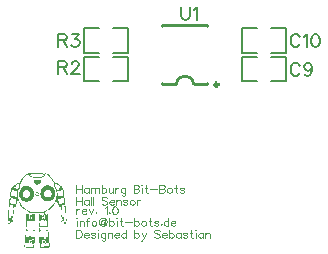
<source format=gto>
G04 Layer: TopSilkscreenLayer*
G04 EasyEDA v6.5.3, 2022-04-04 11:44:29*
G04 441a04c8791b4462941eed85b5e579c0,ea473c994f494bc6b3a27bf06e4933c6,10*
G04 Gerber Generator version 0.2*
G04 Scale: 100 percent, Rotated: No, Reflected: No *
G04 Dimensions in millimeters *
G04 leading zeros omitted , absolute positions ,4 integer and 5 decimal *
%FSLAX45Y45*%
%MOMM*%

%ADD10C,0.2540*%
%ADD27C,0.1999*%
%ADD28C,0.3000*%
%ADD29C,0.1000*%
%ADD30C,0.1524*%

%LPD*%
G36*
X735482Y-2999994D02*
G01*
X728522Y-3000197D01*
X724408Y-3000552D01*
X704951Y-3005175D01*
X687578Y-3010001D01*
X686511Y-3009646D01*
X685850Y-3008680D01*
X685292Y-3005074D01*
X684072Y-3004058D01*
X681634Y-3003854D01*
X677570Y-3004362D01*
X672236Y-3005531D01*
X666953Y-3007309D01*
X661619Y-3009696D01*
X656336Y-3012694D01*
X651154Y-3016199D01*
X646023Y-3020263D01*
X641045Y-3024784D01*
X636168Y-3029813D01*
X631494Y-3035350D01*
X626973Y-3041243D01*
X622706Y-3047644D01*
X614984Y-3060750D01*
X606856Y-3073704D01*
X603402Y-3078683D01*
X599135Y-3084220D01*
X595884Y-3087065D01*
X592328Y-3087928D01*
X582015Y-3087065D01*
X578205Y-3087878D01*
X574548Y-3090418D01*
X565759Y-3099104D01*
X561035Y-3102914D01*
X556158Y-3106216D01*
X548335Y-3110433D01*
X545033Y-3112871D01*
X541832Y-3115868D01*
X538835Y-3119424D01*
X535940Y-3123438D01*
X533247Y-3127908D01*
X530758Y-3132836D01*
X528472Y-3138119D01*
X526389Y-3143758D01*
X524510Y-3149701D01*
X522884Y-3155950D01*
X520446Y-3169158D01*
X519684Y-3176016D01*
X519176Y-3183026D01*
X519023Y-3194100D01*
X525830Y-3194100D01*
X526135Y-3188665D01*
X528370Y-3172409D01*
X531825Y-3154375D01*
X533704Y-3146755D01*
X535432Y-3141167D01*
X540410Y-3128060D01*
X552450Y-3128060D01*
X553821Y-3124606D01*
X557784Y-3119221D01*
X564946Y-3111042D01*
X573024Y-3102406D01*
X578510Y-3097580D01*
X583082Y-3095498D01*
X588213Y-3094990D01*
X597001Y-3094990D01*
X595426Y-3109264D01*
X594309Y-3117342D01*
X592429Y-3123031D01*
X588873Y-3128264D01*
X582828Y-3134766D01*
X576986Y-3140456D01*
X573125Y-3143453D01*
X570433Y-3144164D01*
X568198Y-3143046D01*
X566928Y-3141776D01*
X566064Y-3140354D01*
X565759Y-3139033D01*
X566369Y-3136900D01*
X566521Y-3135477D01*
X565962Y-3132429D01*
X565150Y-3130905D01*
X564032Y-3130245D01*
X562457Y-3130397D01*
X558139Y-3132277D01*
X556310Y-3132429D01*
X554736Y-3131820D01*
X553212Y-3130397D01*
X552450Y-3128060D01*
X540410Y-3128060D01*
X541934Y-3137052D01*
X542950Y-3140964D01*
X544474Y-3144672D01*
X546455Y-3147872D01*
X548589Y-3150209D01*
X552399Y-3152698D01*
X556666Y-3154172D01*
X562203Y-3154680D01*
X576021Y-3154019D01*
X576010Y-3178759D01*
X584860Y-3178759D01*
X585216Y-3144164D01*
X594309Y-3134868D01*
X599490Y-3129280D01*
X602234Y-3124657D01*
X603250Y-3118612D01*
X603656Y-3099308D01*
X604723Y-3092653D01*
X607415Y-3086658D01*
X616153Y-3073298D01*
X623366Y-3061462D01*
X628650Y-3052013D01*
X632053Y-3047034D01*
X635914Y-3042005D01*
X640181Y-3037078D01*
X644702Y-3032302D01*
X649376Y-3027883D01*
X654100Y-3023768D01*
X658774Y-3020212D01*
X663194Y-3017215D01*
X667359Y-3014929D01*
X671068Y-3013456D01*
X674268Y-3012897D01*
X675843Y-3013405D01*
X677418Y-3014929D01*
X678840Y-3017215D01*
X679909Y-3019958D01*
X687882Y-3019958D01*
X688898Y-3018688D01*
X691743Y-3017164D01*
X696061Y-3015538D01*
X701497Y-3013811D01*
X707796Y-3012135D01*
X721512Y-3009290D01*
X735431Y-3007512D01*
X745286Y-3006598D01*
X752652Y-3006547D01*
X761542Y-3007512D01*
X776173Y-3009544D01*
X783945Y-3010916D01*
X790956Y-3012490D01*
X797001Y-3014116D01*
X801979Y-3015792D01*
X805738Y-3017469D01*
X808075Y-3019145D01*
X808888Y-3020669D01*
X807923Y-3022396D01*
X805230Y-3024733D01*
X801268Y-3027375D01*
X796391Y-3029966D01*
X791565Y-3031998D01*
X786079Y-3033725D01*
X780034Y-3035147D01*
X773582Y-3036265D01*
X766724Y-3037027D01*
X759663Y-3037535D01*
X752398Y-3037738D01*
X737768Y-3037230D01*
X730554Y-3036519D01*
X723595Y-3035554D01*
X716940Y-3034284D01*
X710692Y-3032760D01*
X704951Y-3030931D01*
X699770Y-3028848D01*
X695299Y-3026460D01*
X692404Y-3024581D01*
X690067Y-3022701D01*
X688492Y-3021126D01*
X687882Y-3019958D01*
X679909Y-3019958D01*
X681228Y-3023108D01*
X683158Y-3025851D01*
X685647Y-3028442D01*
X688746Y-3030880D01*
X692404Y-3033064D01*
X696518Y-3035147D01*
X705967Y-3038703D01*
X711250Y-3040176D01*
X722579Y-3042564D01*
X734720Y-3044190D01*
X740918Y-3044698D01*
X753516Y-3045053D01*
X765911Y-3044596D01*
X777798Y-3043224D01*
X783386Y-3042208D01*
X793699Y-3039516D01*
X798322Y-3037789D01*
X802538Y-3035858D01*
X806297Y-3033674D01*
X809498Y-3031236D01*
X812139Y-3028543D01*
X814425Y-3025495D01*
X816305Y-3022346D01*
X817575Y-3019450D01*
X818743Y-3014268D01*
X820724Y-3012897D01*
X823823Y-3012846D01*
X827836Y-3014065D01*
X832510Y-3016402D01*
X837692Y-3019653D01*
X843127Y-3023768D01*
X848664Y-3028543D01*
X854100Y-3033826D01*
X859180Y-3039567D01*
X863803Y-3045510D01*
X888441Y-3085236D01*
X891489Y-3091992D01*
X892101Y-3094990D01*
X910031Y-3094990D01*
X914146Y-3095447D01*
X918057Y-3097174D01*
X922375Y-3100476D01*
X927760Y-3105810D01*
X938377Y-3117189D01*
X943711Y-3123793D01*
X945083Y-3127552D01*
X943610Y-3130346D01*
X942086Y-3131870D01*
X940663Y-3132531D01*
X939241Y-3132328D01*
X934669Y-3129940D01*
X932129Y-3130550D01*
X930554Y-3132785D01*
X930757Y-3138119D01*
X930402Y-3140049D01*
X929589Y-3141827D01*
X928420Y-3143199D01*
X926287Y-3144113D01*
X923544Y-3143250D01*
X919581Y-3140303D01*
X913790Y-3134817D01*
X907338Y-3128213D01*
X903986Y-3123285D01*
X902716Y-3117748D01*
X902512Y-3109315D01*
X902512Y-3094990D01*
X892101Y-3094990D01*
X892962Y-3099206D01*
X894384Y-3119170D01*
X895654Y-3125470D01*
X898245Y-3130245D01*
X907440Y-3140659D01*
X910082Y-3145637D01*
X911566Y-3153206D01*
X920394Y-3153206D01*
X931875Y-3153968D01*
X938021Y-3154172D01*
X942340Y-3153613D01*
X945794Y-3151936D01*
X949198Y-3148939D01*
X951636Y-3145993D01*
X953465Y-3142843D01*
X954633Y-3139490D01*
X955040Y-3136188D01*
X955294Y-3131108D01*
X956259Y-3129635D01*
X957986Y-3131667D01*
X960628Y-3137306D01*
X962355Y-3142132D01*
X964133Y-3148228D01*
X967486Y-3162604D01*
X970026Y-3177032D01*
X970737Y-3183229D01*
X970991Y-3188258D01*
X970991Y-3197199D01*
X939037Y-3200958D01*
X931367Y-3201517D01*
X925931Y-3201619D01*
X923493Y-3201212D01*
X922832Y-3198774D01*
X922172Y-3193288D01*
X921562Y-3185566D01*
X920394Y-3153206D01*
X911566Y-3153206D01*
X912469Y-3163468D01*
X912926Y-3175304D01*
X912876Y-3181096D01*
X912114Y-3192526D01*
X910590Y-3203651D01*
X908253Y-3214522D01*
X905103Y-3225139D01*
X901141Y-3235452D01*
X896366Y-3245561D01*
X890778Y-3255416D01*
X884428Y-3265068D01*
X877214Y-3274415D01*
X869137Y-3283610D01*
X859942Y-3292906D01*
X850290Y-3301593D01*
X840587Y-3309112D01*
X830478Y-3315665D01*
X825246Y-3318662D01*
X814019Y-3324199D01*
X807974Y-3326841D01*
X796290Y-3331311D01*
X791565Y-3332835D01*
X787095Y-3333953D01*
X782269Y-3334765D01*
X776732Y-3335274D01*
X761390Y-3335680D01*
X731774Y-3335528D01*
X724865Y-3335223D01*
X719074Y-3334715D01*
X714044Y-3334004D01*
X709218Y-3332937D01*
X698652Y-3329736D01*
X687374Y-3325520D01*
X676605Y-3320643D01*
X666292Y-3315157D01*
X656539Y-3309010D01*
X647293Y-3302254D01*
X638556Y-3294887D01*
X630377Y-3286912D01*
X622757Y-3278327D01*
X615645Y-3269132D01*
X609142Y-3259328D01*
X603148Y-3248914D01*
X597712Y-3237941D01*
X592937Y-3226765D01*
X589432Y-3216808D01*
X587044Y-3207156D01*
X585622Y-3196945D01*
X585165Y-3191408D01*
X584860Y-3178759D01*
X576010Y-3178759D01*
X575665Y-3194862D01*
X575310Y-3200349D01*
X574852Y-3202686D01*
X572516Y-3202838D01*
X559358Y-3201670D01*
X541934Y-3199485D01*
X528675Y-3197352D01*
X526237Y-3196640D01*
X525830Y-3194100D01*
X519023Y-3194100D01*
X519074Y-3198114D01*
X519785Y-3202432D01*
X521614Y-3204311D01*
X527507Y-3205480D01*
X529640Y-3206343D01*
X531215Y-3207410D01*
X532079Y-3208528D01*
X532130Y-3209747D01*
X531266Y-3210407D01*
X529386Y-3210509D01*
X522782Y-3209645D01*
X520192Y-3210610D01*
X517804Y-3213455D01*
X514858Y-3218891D01*
X511556Y-3226765D01*
X510082Y-3233978D01*
X510387Y-3241852D01*
X513435Y-3256432D01*
X513593Y-3258058D01*
X520090Y-3258058D01*
X520496Y-3244443D01*
X521512Y-3232556D01*
X523189Y-3220110D01*
X524256Y-3216249D01*
X525678Y-3214573D01*
X527659Y-3214624D01*
X535635Y-3216249D01*
X556514Y-3219958D01*
X562457Y-3221482D01*
X566623Y-3222955D01*
X568452Y-3224225D01*
X568706Y-3226765D01*
X568248Y-3238347D01*
X565759Y-3265068D01*
X550113Y-3263798D01*
X537972Y-3261918D01*
X520090Y-3258058D01*
X513593Y-3258058D01*
X513791Y-3260090D01*
X513435Y-3262782D01*
X511759Y-3266084D01*
X510489Y-3272434D01*
X507492Y-3296716D01*
X504443Y-3330244D01*
X501904Y-3365347D01*
X500430Y-3394608D01*
X500278Y-3404666D01*
X500634Y-3410407D01*
X501548Y-3412794D01*
X501730Y-3417620D01*
X505561Y-3417620D01*
X505917Y-3399332D01*
X507542Y-3354679D01*
X508406Y-3344011D01*
X509574Y-3338525D01*
X511200Y-3337001D01*
X512419Y-3336645D01*
X513435Y-3335629D01*
X514146Y-3334207D01*
X514400Y-3332429D01*
X514197Y-3330651D01*
X513689Y-3329178D01*
X512978Y-3328212D01*
X512114Y-3327857D01*
X510540Y-3325622D01*
X509879Y-3319576D01*
X510133Y-3310636D01*
X511251Y-3299612D01*
X512165Y-3294481D01*
X513283Y-3291230D01*
X514807Y-3289554D01*
X518617Y-3288792D01*
X519988Y-3288029D01*
X520903Y-3286963D01*
X521208Y-3285642D01*
X520852Y-3284270D01*
X519836Y-3283153D01*
X518312Y-3282442D01*
X514299Y-3281984D01*
X513029Y-3281375D01*
X512622Y-3280257D01*
X514400Y-3272891D01*
X515366Y-3271316D01*
X518414Y-3270910D01*
X523849Y-3271570D01*
X542391Y-3276041D01*
X540562Y-3304286D01*
X540664Y-3310534D01*
X541477Y-3314344D01*
X543052Y-3316528D01*
X545338Y-3320796D01*
X546201Y-3328314D01*
X545693Y-3338372D01*
X543712Y-3350564D01*
X542086Y-3357016D01*
X540207Y-3361639D01*
X537616Y-3365042D01*
X530656Y-3370326D01*
X527862Y-3373120D01*
X525526Y-3376422D01*
X523544Y-3380333D01*
X521970Y-3385007D01*
X520598Y-3390646D01*
X519988Y-3394303D01*
X524306Y-3394303D01*
X526084Y-3387598D01*
X528878Y-3380435D01*
X531825Y-3375456D01*
X535482Y-3372459D01*
X536600Y-3373882D01*
X535178Y-3379012D01*
X531317Y-3387191D01*
X526694Y-3395116D01*
X525170Y-3397351D01*
X524408Y-3398012D01*
X524306Y-3394303D01*
X519988Y-3394303D01*
X517276Y-3413810D01*
X522224Y-3413810D01*
X522782Y-3410965D01*
X523849Y-3409696D01*
X525830Y-3408679D01*
X528523Y-3408019D01*
X531723Y-3407765D01*
X535584Y-3407968D01*
X537972Y-3408679D01*
X539140Y-3410051D01*
X539496Y-3412337D01*
X539140Y-3414572D01*
X537972Y-3415995D01*
X535635Y-3416706D01*
X531876Y-3416909D01*
X526542Y-3416604D01*
X523392Y-3415639D01*
X522224Y-3413810D01*
X517276Y-3413810D01*
X515924Y-3420668D01*
X514350Y-3425850D01*
X512724Y-3428898D01*
X509320Y-3432301D01*
X508050Y-3432911D01*
X507085Y-3432556D01*
X506374Y-3431032D01*
X505917Y-3428187D01*
X505612Y-3423767D01*
X505561Y-3417620D01*
X501730Y-3417620D01*
X501294Y-3425088D01*
X499973Y-3437839D01*
X506577Y-3437077D01*
X509778Y-3436264D01*
X512673Y-3434689D01*
X515315Y-3432251D01*
X520496Y-3425139D01*
X523240Y-3422904D01*
X526745Y-3421837D01*
X537819Y-3420973D01*
X541578Y-3419144D01*
X543509Y-3415639D01*
X544068Y-3410102D01*
X543255Y-3407156D01*
X540969Y-3405022D01*
X537260Y-3403650D01*
X529742Y-3403041D01*
X528777Y-3402380D01*
X529183Y-3400856D01*
X533704Y-3393135D01*
X536397Y-3387801D01*
X538937Y-3382162D01*
X541223Y-3376218D01*
X545185Y-3363874D01*
X546811Y-3357676D01*
X549198Y-3345535D01*
X549960Y-3339744D01*
X550418Y-3334308D01*
X550519Y-3329228D01*
X550265Y-3324656D01*
X549656Y-3320643D01*
X548690Y-3317240D01*
X545388Y-3310788D01*
X544728Y-3306724D01*
X545084Y-3302609D01*
X546506Y-3298647D01*
X548792Y-3295091D01*
X551891Y-3292094D01*
X555650Y-3289858D01*
X562457Y-3288029D01*
X564388Y-3286861D01*
X565810Y-3285286D01*
X567639Y-3279800D01*
X568350Y-3278428D01*
X569976Y-3276193D01*
X572262Y-3269081D01*
X574751Y-3258312D01*
X576834Y-3246577D01*
X577545Y-3241090D01*
X577646Y-3232505D01*
X576326Y-3225241D01*
X573786Y-3220161D01*
X570382Y-3218281D01*
X569010Y-3217976D01*
X567893Y-3217265D01*
X567182Y-3216148D01*
X566877Y-3214827D01*
X567283Y-3213354D01*
X568553Y-3212287D01*
X570687Y-3211626D01*
X573582Y-3211423D01*
X577291Y-3211779D01*
X579780Y-3213354D01*
X581710Y-3217113D01*
X585774Y-3229813D01*
X587959Y-3235756D01*
X590448Y-3241700D01*
X593191Y-3247542D01*
X599490Y-3259074D01*
X606755Y-3270300D01*
X614934Y-3280968D01*
X623824Y-3291078D01*
X628548Y-3295904D01*
X638454Y-3304895D01*
X643585Y-3309061D01*
X654202Y-3316681D01*
X659688Y-3320084D01*
X672642Y-3327349D01*
X676706Y-3330498D01*
X678383Y-3333800D01*
X678738Y-3338322D01*
X678535Y-3341725D01*
X677824Y-3344519D01*
X676757Y-3346500D01*
X675335Y-3347567D01*
X673658Y-3349294D01*
X672592Y-3353409D01*
X672033Y-3360978D01*
X671968Y-3377641D01*
X678789Y-3377641D01*
X679094Y-3365093D01*
X679551Y-3360013D01*
X680212Y-3356559D01*
X681024Y-3355238D01*
X681939Y-3354527D01*
X682650Y-3352546D01*
X683158Y-3349650D01*
X683463Y-3341065D01*
X684326Y-3338322D01*
X686308Y-3337204D01*
X689965Y-3337001D01*
X695756Y-3337407D01*
X698347Y-3337814D01*
X700278Y-3338372D01*
X701802Y-3339490D01*
X702919Y-3341420D01*
X703630Y-3344113D01*
X704037Y-3350514D01*
X704545Y-3352952D01*
X705256Y-3354628D01*
X706170Y-3355238D01*
X707288Y-3356762D01*
X708050Y-3360775D01*
X708406Y-3366566D01*
X708456Y-3373323D01*
X708152Y-3380282D01*
X707542Y-3386785D01*
X706628Y-3391966D01*
X705358Y-3395065D01*
X703681Y-3397250D01*
X702564Y-3398012D01*
X701751Y-3397402D01*
X700887Y-3395522D01*
X697687Y-3392728D01*
X692556Y-3391712D01*
X687730Y-3392525D01*
X685596Y-3395218D01*
X684987Y-3397961D01*
X683463Y-3398469D01*
X681685Y-3396945D01*
X680212Y-3393490D01*
X679450Y-3389376D01*
X678992Y-3383940D01*
X678789Y-3377641D01*
X671968Y-3377641D01*
X672033Y-3385972D01*
X672693Y-3393795D01*
X674166Y-3398215D01*
X676808Y-3401212D01*
X680567Y-3404158D01*
X683361Y-3405225D01*
X685901Y-3404463D01*
X690880Y-3400145D01*
X692607Y-3399536D01*
X694537Y-3400044D01*
X697128Y-3401618D01*
X699465Y-3403396D01*
X700328Y-3404615D01*
X699871Y-3405479D01*
X698093Y-3406343D01*
X695655Y-3406901D01*
X687070Y-3407664D01*
X669645Y-3407765D01*
X669239Y-3373729D01*
X668934Y-3365957D01*
X668426Y-3359759D01*
X667766Y-3354933D01*
X666851Y-3351326D01*
X665632Y-3348837D01*
X664159Y-3347313D01*
X662381Y-3346602D01*
X661009Y-3346551D01*
X659790Y-3347110D01*
X658774Y-3348329D01*
X657910Y-3350361D01*
X657199Y-3353358D01*
X656082Y-3362553D01*
X655370Y-3376879D01*
X654856Y-3400856D01*
X658977Y-3400856D01*
X659180Y-3384956D01*
X659841Y-3370783D01*
X660857Y-3360216D01*
X661517Y-3356965D01*
X662228Y-3355289D01*
X662990Y-3355492D01*
X663752Y-3358743D01*
X664413Y-3365296D01*
X664870Y-3374136D01*
X665124Y-3399129D01*
X665784Y-3406901D01*
X667512Y-3410153D01*
X670864Y-3411423D01*
X674878Y-3411829D01*
X681482Y-3411880D01*
X689762Y-3411524D01*
X721004Y-3408883D01*
X722122Y-3381501D01*
X722731Y-3371189D01*
X723442Y-3363366D01*
X724204Y-3358743D01*
X724966Y-3358184D01*
X725678Y-3360623D01*
X726897Y-3368801D01*
X727862Y-3380181D01*
X728472Y-3393490D01*
X728624Y-3407410D01*
X728319Y-3420618D01*
X726287Y-3448507D01*
X707644Y-3450031D01*
X699363Y-3450437D01*
X690473Y-3450539D01*
X682142Y-3450234D01*
X675335Y-3449624D01*
X661619Y-3447694D01*
X659384Y-3416554D01*
X658977Y-3400856D01*
X654856Y-3400856D01*
X654659Y-3417265D01*
X653897Y-3447592D01*
X652729Y-3475532D01*
X650290Y-3512820D01*
X649228Y-3544011D01*
X653643Y-3544011D01*
X653796Y-3527450D01*
X654558Y-3512565D01*
X655116Y-3506419D01*
X656082Y-3499510D01*
X657250Y-3496056D01*
X659434Y-3495141D01*
X666953Y-3496411D01*
X668883Y-3496056D01*
X669493Y-3494328D01*
X669239Y-3490823D01*
X668578Y-3487775D01*
X667359Y-3485591D01*
X665480Y-3484067D01*
X660450Y-3482289D01*
X658672Y-3481070D01*
X657606Y-3479546D01*
X657250Y-3477869D01*
X658215Y-3454501D01*
X728980Y-3454552D01*
X728878Y-3476701D01*
X728065Y-3481070D01*
X726033Y-3483152D01*
X718769Y-3485235D01*
X716686Y-3486607D01*
X715619Y-3488639D01*
X715264Y-3491585D01*
X715467Y-3494633D01*
X716381Y-3496208D01*
X718464Y-3496564D01*
X728980Y-3494633D01*
X728929Y-3542944D01*
X728522Y-3558743D01*
X727811Y-3571138D01*
X726744Y-3579723D01*
X726135Y-3582415D01*
X724509Y-3587038D01*
X723493Y-3586784D01*
X722833Y-3580384D01*
X721004Y-3541318D01*
X679602Y-3540506D01*
X670814Y-3540810D01*
X665886Y-3541623D01*
X664006Y-3542944D01*
X662889Y-3551682D01*
X660902Y-3576980D01*
X665327Y-3576980D01*
X666445Y-3568598D01*
X667207Y-3558794D01*
X667512Y-3550361D01*
X667969Y-3547567D01*
X668680Y-3545992D01*
X669645Y-3545890D01*
X670509Y-3547008D01*
X671167Y-3548887D01*
X676706Y-3548887D01*
X677164Y-3546297D01*
X678484Y-3545078D01*
X680923Y-3544773D01*
X683209Y-3545078D01*
X684631Y-3546144D01*
X685393Y-3548278D01*
X685800Y-3555085D01*
X686663Y-3557168D01*
X688340Y-3558184D01*
X691184Y-3558438D01*
X693928Y-3558184D01*
X695706Y-3557168D01*
X696823Y-3555237D01*
X698042Y-3549243D01*
X699211Y-3547160D01*
X700887Y-3545840D01*
X703275Y-3545179D01*
X705967Y-3545027D01*
X707542Y-3545941D01*
X708253Y-3548227D01*
X708456Y-3552291D01*
X708152Y-3556457D01*
X707136Y-3559251D01*
X705002Y-3561283D01*
X701395Y-3563112D01*
X697738Y-3564280D01*
X694029Y-3564839D01*
X690168Y-3564686D01*
X686003Y-3563924D01*
X681482Y-3562604D01*
X678840Y-3560826D01*
X677519Y-3557981D01*
X676910Y-3553307D01*
X676706Y-3548887D01*
X671167Y-3548887D01*
X671728Y-3551732D01*
X672134Y-3557778D01*
X672693Y-3560724D01*
X673608Y-3563213D01*
X674674Y-3564839D01*
X675843Y-3566160D01*
X676249Y-3567023D01*
X675995Y-3567277D01*
X707288Y-3567277D01*
X707288Y-3566363D01*
X707948Y-3565042D01*
X710692Y-3561232D01*
X711911Y-3558336D01*
X712724Y-3555136D01*
X713181Y-3549192D01*
X713689Y-3546856D01*
X714400Y-3545332D01*
X715264Y-3544773D01*
X716229Y-3546195D01*
X716940Y-3550208D01*
X717397Y-3556406D01*
X717550Y-3564331D01*
X717448Y-3573526D01*
X716940Y-3579418D01*
X716076Y-3582466D01*
X714705Y-3583025D01*
X713536Y-3582060D01*
X712470Y-3580231D01*
X711657Y-3577691D01*
X710692Y-3572001D01*
X709930Y-3569715D01*
X708964Y-3568141D01*
X707288Y-3567277D01*
X675995Y-3567277D01*
X674674Y-3567582D01*
X673557Y-3568141D01*
X672693Y-3569563D01*
X672134Y-3571748D01*
X671677Y-3577539D01*
X671017Y-3579672D01*
X669848Y-3580892D01*
X668172Y-3581298D01*
X666394Y-3580942D01*
X665480Y-3579622D01*
X665327Y-3576980D01*
X660902Y-3576980D01*
X660603Y-3580739D01*
X659739Y-3586886D01*
X658622Y-3588105D01*
X656894Y-3585718D01*
X656132Y-3583330D01*
X655421Y-3579317D01*
X654812Y-3573983D01*
X653999Y-3560165D01*
X653643Y-3544011D01*
X649228Y-3544011D01*
X648970Y-3564128D01*
X648462Y-3573678D01*
X647649Y-3579520D01*
X645058Y-3584143D01*
X643686Y-3589680D01*
X642467Y-3597351D01*
X641502Y-3606139D01*
X640793Y-3618941D01*
X645668Y-3618941D01*
X646734Y-3601161D01*
X647801Y-3592169D01*
X648360Y-3589528D01*
X649173Y-3587445D01*
X650341Y-3587089D01*
X652170Y-3588715D01*
X659536Y-3597300D01*
X662533Y-3599179D01*
X664413Y-3598011D01*
X665937Y-3591509D01*
X666648Y-3589680D01*
X667562Y-3588461D01*
X668477Y-3588004D01*
X669442Y-3588461D01*
X670306Y-3589680D01*
X671017Y-3591509D01*
X671931Y-3596030D01*
X672642Y-3597859D01*
X673455Y-3599078D01*
X675182Y-3599840D01*
X675843Y-3600551D01*
X676300Y-3601618D01*
X676656Y-3604310D01*
X677164Y-3605377D01*
X677875Y-3606139D01*
X678738Y-3606393D01*
X679653Y-3605936D01*
X680364Y-3604717D01*
X680872Y-3602888D01*
X681024Y-3600704D01*
X680872Y-3598468D01*
X680364Y-3596640D01*
X679653Y-3595420D01*
X678738Y-3594963D01*
X677875Y-3594100D01*
X677164Y-3591610D01*
X676656Y-3588004D01*
X676452Y-3583584D01*
X676452Y-3572154D01*
X706170Y-3572154D01*
X706170Y-3583584D01*
X705967Y-3588004D01*
X705459Y-3591610D01*
X704748Y-3594100D01*
X702360Y-3596182D01*
X701649Y-3599027D01*
X701852Y-3602329D01*
X703072Y-3604818D01*
X705002Y-3604107D01*
X707542Y-3600500D01*
X709777Y-3595624D01*
X711352Y-3588918D01*
X712825Y-3588207D01*
X714603Y-3589172D01*
X716178Y-3591763D01*
X716737Y-3593998D01*
X717448Y-3601872D01*
X717397Y-3612794D01*
X716534Y-3616248D01*
X714349Y-3617976D01*
X710133Y-3618941D01*
X705002Y-3619449D01*
X685850Y-3619804D01*
X640793Y-3618941D01*
X640689Y-3623005D01*
X640845Y-3626104D01*
X644499Y-3626104D01*
X645007Y-3625494D01*
X646633Y-3624935D01*
X653135Y-3624122D01*
X664514Y-3623665D01*
X681024Y-3623513D01*
X697585Y-3623665D01*
X708964Y-3624122D01*
X715467Y-3624935D01*
X717042Y-3625494D01*
X717550Y-3626104D01*
X717143Y-3627526D01*
X715822Y-3628694D01*
X713435Y-3629609D01*
X709828Y-3630320D01*
X704951Y-3630828D01*
X690676Y-3631387D01*
X671423Y-3631387D01*
X657148Y-3630828D01*
X652221Y-3630320D01*
X648665Y-3629609D01*
X646277Y-3628694D01*
X644906Y-3627526D01*
X644499Y-3626104D01*
X640845Y-3626104D01*
X640994Y-3629050D01*
X641959Y-3632149D01*
X643839Y-3632962D01*
X647598Y-3633673D01*
X659384Y-3634892D01*
X674573Y-3635654D01*
X690372Y-3635908D01*
X704088Y-3635501D01*
X709320Y-3635095D01*
X712978Y-3634435D01*
X721004Y-3632352D01*
X721664Y-3615436D01*
X722172Y-3608222D01*
X723036Y-3602177D01*
X724154Y-3597656D01*
X725525Y-3595014D01*
X727557Y-3592271D01*
X729234Y-3588613D01*
X730554Y-3583584D01*
X731621Y-3576675D01*
X732332Y-3567328D01*
X732840Y-3555085D01*
X733247Y-3519932D01*
X732993Y-3467100D01*
X732078Y-3393948D01*
X731621Y-3379927D01*
X731062Y-3369767D01*
X730351Y-3362706D01*
X729488Y-3357930D01*
X728370Y-3354679D01*
X726795Y-3351377D01*
X725119Y-3348634D01*
X723646Y-3346805D01*
X722477Y-3346145D01*
X720090Y-3347618D01*
X718566Y-3352850D01*
X717804Y-3363061D01*
X717550Y-3379419D01*
X717550Y-3405479D01*
X705002Y-3405327D01*
X710488Y-3400806D01*
X713536Y-3397758D01*
X714959Y-3393694D01*
X715111Y-3386226D01*
X714349Y-3372916D01*
X713536Y-3363772D01*
X712571Y-3356203D01*
X711555Y-3350920D01*
X710590Y-3348786D01*
X709117Y-3347262D01*
X708507Y-3344824D01*
X708812Y-3342538D01*
X710133Y-3341573D01*
X731266Y-3343808D01*
X740613Y-3344570D01*
X750366Y-3344875D01*
X759968Y-3344672D01*
X782116Y-3342792D01*
X786333Y-3342690D01*
X788162Y-3342894D01*
X788314Y-3343656D01*
X788111Y-3345078D01*
X786587Y-3348990D01*
X785571Y-3352698D01*
X784555Y-3358997D01*
X783479Y-3370376D01*
X788619Y-3370376D01*
X788873Y-3364128D01*
X789432Y-3359353D01*
X790397Y-3356864D01*
X791362Y-3355289D01*
X792175Y-3352901D01*
X792734Y-3350056D01*
X793394Y-3342436D01*
X795223Y-3339592D01*
X798880Y-3338017D01*
X804875Y-3337255D01*
X806856Y-3337509D01*
X808075Y-3338880D01*
X808736Y-3341624D01*
X809091Y-3350310D01*
X809701Y-3353155D01*
X810717Y-3354730D01*
X814019Y-3356000D01*
X815035Y-3358743D01*
X815492Y-3364128D01*
X815340Y-3380181D01*
X814425Y-3391611D01*
X813765Y-3395624D01*
X812952Y-3398367D01*
X812088Y-3399739D01*
X811123Y-3399688D01*
X810107Y-3398062D01*
X807059Y-3395319D01*
X802182Y-3394100D01*
X797356Y-3394608D01*
X794562Y-3396945D01*
X794004Y-3397859D01*
X793242Y-3398367D01*
X792378Y-3398367D01*
X791514Y-3397859D01*
X790448Y-3395421D01*
X789584Y-3390646D01*
X789025Y-3384397D01*
X788670Y-3377387D01*
X788619Y-3370376D01*
X783479Y-3370376D01*
X782726Y-3388156D01*
X783082Y-3395116D01*
X784606Y-3398977D01*
X787704Y-3401771D01*
X790905Y-3404006D01*
X793089Y-3404768D01*
X795121Y-3404006D01*
X800404Y-3399536D01*
X802081Y-3398774D01*
X803300Y-3399434D01*
X804621Y-3401517D01*
X807364Y-3404463D01*
X810920Y-3405327D01*
X814832Y-3404108D01*
X818641Y-3400907D01*
X820470Y-3396843D01*
X821842Y-3390137D01*
X822655Y-3381705D01*
X822960Y-3372561D01*
X822756Y-3363620D01*
X822045Y-3355848D01*
X820826Y-3350158D01*
X818997Y-3347516D01*
X817473Y-3346450D01*
X816508Y-3344722D01*
X816051Y-3342182D01*
X816152Y-3338829D01*
X817016Y-3334715D01*
X819251Y-3331362D01*
X823721Y-3327857D01*
X837031Y-3319932D01*
X848207Y-3312515D01*
X858723Y-3304286D01*
X863752Y-3299968D01*
X873252Y-3290722D01*
X881989Y-3280918D01*
X889914Y-3270503D01*
X897026Y-3259531D01*
X903325Y-3248152D01*
X908659Y-3236315D01*
X915365Y-3217316D01*
X917448Y-3213455D01*
X919886Y-3211779D01*
X923442Y-3211423D01*
X926236Y-3211626D01*
X928268Y-3212287D01*
X929487Y-3213354D01*
X929894Y-3214827D01*
X929640Y-3216148D01*
X928979Y-3217265D01*
X928014Y-3217976D01*
X924102Y-3219196D01*
X921875Y-3221786D01*
X928776Y-3221786D01*
X970330Y-3213963D01*
X971499Y-3214471D01*
X972667Y-3215944D01*
X973683Y-3218281D01*
X974445Y-3221126D01*
X975563Y-3230727D01*
X976274Y-3243376D01*
X976680Y-3258210D01*
X964133Y-3260852D01*
X953008Y-3262731D01*
X942797Y-3263595D01*
X935075Y-3263442D01*
X931418Y-3262223D01*
X930910Y-3260039D01*
X929944Y-3248812D01*
X928776Y-3221786D01*
X921875Y-3221786D01*
X920292Y-3225546D01*
X919276Y-3230473D01*
X918870Y-3236112D01*
X919175Y-3242259D01*
X920140Y-3248558D01*
X923239Y-3258972D01*
X925068Y-3267049D01*
X925474Y-3272028D01*
X925931Y-3273755D01*
X926592Y-3274923D01*
X928268Y-3275787D01*
X929233Y-3276955D01*
X930097Y-3278733D01*
X931875Y-3283458D01*
X933805Y-3285693D01*
X936548Y-3287522D01*
X944473Y-3290925D01*
X947877Y-3293313D01*
X950417Y-3296259D01*
X952042Y-3299561D01*
X952753Y-3303270D01*
X952500Y-3307181D01*
X951230Y-3311245D01*
X947623Y-3318459D01*
X946759Y-3322523D01*
X946357Y-3327349D01*
X950569Y-3327349D01*
X951534Y-3320440D01*
X953973Y-3316376D01*
X955649Y-3314141D01*
X956513Y-3310382D01*
X956564Y-3304184D01*
X954430Y-3275634D01*
X962152Y-3273348D01*
X970787Y-3271520D01*
X977646Y-3271570D01*
X982218Y-3273450D01*
X984300Y-3277057D01*
X984402Y-3279495D01*
X983843Y-3281070D01*
X982522Y-3281934D01*
X980287Y-3282187D01*
X976884Y-3282950D01*
X975664Y-3284677D01*
X976680Y-3286709D01*
X981710Y-3289147D01*
X983386Y-3290570D01*
X984758Y-3292398D01*
X985570Y-3294379D01*
X986739Y-3303117D01*
X986891Y-3314242D01*
X986180Y-3323793D01*
X984707Y-3327857D01*
X982878Y-3328822D01*
X982471Y-3331108D01*
X983437Y-3333648D01*
X985621Y-3335426D01*
X987196Y-3337407D01*
X988415Y-3342436D01*
X989431Y-3350971D01*
X990346Y-3363671D01*
X991362Y-3385413D01*
X991768Y-3399790D01*
X991717Y-3420872D01*
X991311Y-3427628D01*
X990142Y-3431489D01*
X988415Y-3432810D01*
X986383Y-3431692D01*
X984199Y-3428390D01*
X982065Y-3423158D01*
X980287Y-3416198D01*
X979017Y-3407765D01*
X978052Y-3399383D01*
X976985Y-3392424D01*
X975817Y-3386734D01*
X974344Y-3382010D01*
X972566Y-3378098D01*
X970330Y-3374745D01*
X967638Y-3371748D01*
X959815Y-3364788D01*
X956767Y-3360724D01*
X954684Y-3355746D01*
X953008Y-3348990D01*
X951077Y-3336899D01*
X950569Y-3327349D01*
X946353Y-3327400D01*
X946403Y-3333038D01*
X946861Y-3339185D01*
X947724Y-3345789D01*
X948994Y-3352596D01*
X950569Y-3359505D01*
X952500Y-3366414D01*
X954827Y-3373424D01*
X959561Y-3373424D01*
X960983Y-3372104D01*
X964336Y-3374898D01*
X968146Y-3380130D01*
X971092Y-3386378D01*
X972667Y-3392576D01*
X972921Y-3395014D01*
X972819Y-3396589D01*
X970330Y-3394811D01*
X965860Y-3387750D01*
X961491Y-3379317D01*
X959561Y-3373424D01*
X954827Y-3373424D01*
X957224Y-3379368D01*
X968298Y-3401466D01*
X968044Y-3402126D01*
X966774Y-3402685D01*
X964692Y-3403041D01*
X961999Y-3403193D01*
X957021Y-3403955D01*
X954024Y-3406241D01*
X952957Y-3410153D01*
X953172Y-3411778D01*
X957732Y-3411778D01*
X957732Y-3409746D01*
X958900Y-3408527D01*
X961694Y-3407918D01*
X966419Y-3407765D01*
X971143Y-3407918D01*
X973937Y-3408527D01*
X975106Y-3409746D01*
X975106Y-3411778D01*
X974344Y-3413607D01*
X972718Y-3414826D01*
X970127Y-3415537D01*
X966419Y-3415741D01*
X962710Y-3415537D01*
X960119Y-3414826D01*
X958494Y-3413607D01*
X957732Y-3411778D01*
X953172Y-3411778D01*
X953719Y-3415893D01*
X954786Y-3418992D01*
X956462Y-3420668D01*
X959561Y-3421227D01*
X970178Y-3420872D01*
X973632Y-3421634D01*
X976274Y-3423970D01*
X981506Y-3431997D01*
X984097Y-3434587D01*
X986942Y-3436264D01*
X990092Y-3437026D01*
X993800Y-3437280D01*
X995629Y-3436162D01*
X996137Y-3432657D01*
X995629Y-3420719D01*
X995680Y-3416350D01*
X995984Y-3413048D01*
X996746Y-3410051D01*
X996950Y-3404311D01*
X996187Y-3382060D01*
X994308Y-3350818D01*
X991717Y-3317138D01*
X988974Y-3287522D01*
X987653Y-3276295D01*
X986485Y-3268522D01*
X984961Y-3261766D01*
X984402Y-3257550D01*
X984351Y-3253943D01*
X986637Y-3243630D01*
X986637Y-3234690D01*
X985062Y-3225698D01*
X981913Y-3217824D01*
X979017Y-3213100D01*
X976579Y-3210560D01*
X973988Y-3209696D01*
X967536Y-3210458D01*
X965555Y-3210255D01*
X964488Y-3209442D01*
X964133Y-3207918D01*
X964590Y-3206445D01*
X965911Y-3205429D01*
X968197Y-3204768D01*
X971346Y-3204565D01*
X978509Y-3204565D01*
X977188Y-3182315D01*
X976426Y-3173069D01*
X975258Y-3164230D01*
X973683Y-3155797D01*
X971702Y-3147822D01*
X969365Y-3140405D01*
X966724Y-3133547D01*
X963777Y-3127298D01*
X960526Y-3121761D01*
X957021Y-3116986D01*
X953262Y-3112973D01*
X949299Y-3109772D01*
X941628Y-3105607D01*
X937361Y-3102610D01*
X932942Y-3099003D01*
X923747Y-3090214D01*
X919581Y-3087420D01*
X915162Y-3086150D01*
X903122Y-3085592D01*
X899058Y-3084169D01*
X895400Y-3080613D01*
X890625Y-3073857D01*
X882548Y-3061360D01*
X870305Y-3041751D01*
X865632Y-3035554D01*
X860653Y-3029610D01*
X855370Y-3024073D01*
X849934Y-3019094D01*
X844499Y-3014726D01*
X839165Y-3011119D01*
X834034Y-3008376D01*
X825144Y-3005124D01*
X817880Y-3003804D01*
X812952Y-3004464D01*
X811174Y-3007207D01*
X810920Y-3008833D01*
X810056Y-3009646D01*
X808482Y-3009747D01*
X792988Y-3005378D01*
X780948Y-3002788D01*
X774852Y-3001873D01*
X761644Y-3000705D01*
X744321Y-3000044D01*
G37*
G36*
X747725Y-3060039D02*
G01*
X743813Y-3060192D01*
X728878Y-3061614D01*
X721055Y-3063392D01*
X718058Y-3066440D01*
X717550Y-3071825D01*
X717804Y-3075127D01*
X718616Y-3078175D01*
X720090Y-3081274D01*
X722274Y-3084372D01*
X725373Y-3087725D01*
X729386Y-3091383D01*
X734466Y-3095498D01*
X749046Y-3106267D01*
X762406Y-3097530D01*
X772058Y-3090824D01*
X778510Y-3085236D01*
X782421Y-3080004D01*
X784504Y-3074416D01*
X785012Y-3068421D01*
X782523Y-3064459D01*
X776528Y-3062071D01*
X766165Y-3060750D01*
X753211Y-3060090D01*
G37*
G36*
X831799Y-3107029D02*
G01*
X826719Y-3107486D01*
X822604Y-3108401D01*
X817321Y-3110331D01*
X812342Y-3112617D01*
X807669Y-3115310D01*
X803249Y-3118256D01*
X799134Y-3121558D01*
X795324Y-3125165D01*
X791819Y-3129026D01*
X788670Y-3133191D01*
X785825Y-3137662D01*
X783336Y-3142335D01*
X781151Y-3147263D01*
X779373Y-3152394D01*
X777951Y-3157778D01*
X776884Y-3163316D01*
X776274Y-3169056D01*
X775970Y-3174949D01*
X776089Y-3180588D01*
X805484Y-3180588D01*
X805586Y-3175762D01*
X806500Y-3170783D01*
X808431Y-3165297D01*
X811174Y-3160471D01*
X814527Y-3156305D01*
X818438Y-3152800D01*
X822858Y-3150006D01*
X827582Y-3147974D01*
X832612Y-3146755D01*
X837844Y-3146348D01*
X843127Y-3146755D01*
X848360Y-3148076D01*
X853541Y-3150311D01*
X858469Y-3153460D01*
X863092Y-3157931D01*
X866597Y-3163265D01*
X868883Y-3169259D01*
X869950Y-3175508D01*
X869848Y-3181807D01*
X868476Y-3187903D01*
X865835Y-3193440D01*
X861923Y-3198164D01*
X855929Y-3203244D01*
X850290Y-3206597D01*
X844753Y-3208528D01*
X838860Y-3209137D01*
X833424Y-3208782D01*
X828344Y-3207664D01*
X823620Y-3205937D01*
X819353Y-3203651D01*
X815543Y-3200806D01*
X812292Y-3197453D01*
X809599Y-3193745D01*
X807516Y-3189630D01*
X806145Y-3185210D01*
X805484Y-3180588D01*
X776089Y-3180588D01*
X776173Y-3184550D01*
X777138Y-3191865D01*
X779424Y-3198926D01*
X783437Y-3207613D01*
X786180Y-3212693D01*
X789178Y-3217418D01*
X792429Y-3221685D01*
X795934Y-3225546D01*
X799642Y-3229051D01*
X803503Y-3232150D01*
X807567Y-3234893D01*
X811733Y-3237230D01*
X816051Y-3239211D01*
X820419Y-3240786D01*
X824941Y-3242005D01*
X829462Y-3242868D01*
X834034Y-3243326D01*
X838657Y-3243478D01*
X843229Y-3243224D01*
X847801Y-3242665D01*
X852322Y-3241700D01*
X856792Y-3240430D01*
X861161Y-3238804D01*
X865378Y-3236874D01*
X869543Y-3234537D01*
X873506Y-3231946D01*
X877316Y-3228949D01*
X880922Y-3225698D01*
X884326Y-3222091D01*
X887476Y-3218129D01*
X890371Y-3213912D01*
X893013Y-3209340D01*
X895299Y-3204514D01*
X897331Y-3199333D01*
X899007Y-3193897D01*
X900328Y-3188106D01*
X900988Y-3182823D01*
X901192Y-3176981D01*
X900988Y-3170783D01*
X900328Y-3164433D01*
X899312Y-3158185D01*
X897890Y-3152292D01*
X896213Y-3146907D01*
X894181Y-3142335D01*
X891794Y-3138220D01*
X888746Y-3133953D01*
X885190Y-3129686D01*
X881329Y-3125520D01*
X877214Y-3121558D01*
X873048Y-3118053D01*
X868934Y-3115056D01*
X865073Y-3112770D01*
X860755Y-3110992D01*
X855522Y-3109518D01*
X849731Y-3108350D01*
X843584Y-3107486D01*
X837539Y-3107080D01*
G37*
G36*
X657250Y-3108858D02*
G01*
X653694Y-3109163D01*
X649224Y-3109874D01*
X639876Y-3112211D01*
X634390Y-3114243D01*
X629158Y-3116884D01*
X624179Y-3120085D01*
X619556Y-3123793D01*
X615188Y-3128010D01*
X611225Y-3132582D01*
X607618Y-3137560D01*
X604418Y-3142843D01*
X601624Y-3148431D01*
X599287Y-3154222D01*
X597458Y-3160217D01*
X596138Y-3166313D01*
X595325Y-3172510D01*
X595071Y-3178708D01*
X595351Y-3183636D01*
X625094Y-3183636D01*
X625094Y-3179318D01*
X625754Y-3175000D01*
X627126Y-3170682D01*
X629158Y-3166414D01*
X631952Y-3162300D01*
X635457Y-3158337D01*
X640384Y-3153714D01*
X644550Y-3151124D01*
X649376Y-3150006D01*
X656234Y-3149803D01*
X661974Y-3150057D01*
X667156Y-3150870D01*
X671677Y-3152241D01*
X675538Y-3154070D01*
X681126Y-3158896D01*
X685800Y-3165602D01*
X689000Y-3173171D01*
X690168Y-3180588D01*
X689559Y-3186480D01*
X687882Y-3191967D01*
X685241Y-3196844D01*
X681736Y-3201212D01*
X677519Y-3204870D01*
X672744Y-3207766D01*
X667562Y-3209950D01*
X662025Y-3211169D01*
X656386Y-3211525D01*
X650697Y-3210864D01*
X645058Y-3209137D01*
X639724Y-3206242D01*
X635609Y-3203092D01*
X632155Y-3199638D01*
X629361Y-3195929D01*
X627278Y-3191967D01*
X625856Y-3187852D01*
X625094Y-3183636D01*
X595351Y-3183636D01*
X596392Y-3191103D01*
X597865Y-3197250D01*
X599795Y-3203092D01*
X602030Y-3208629D01*
X604672Y-3213811D01*
X607618Y-3218688D01*
X610870Y-3223158D01*
X614476Y-3227324D01*
X618388Y-3231083D01*
X622554Y-3234436D01*
X627024Y-3237382D01*
X631698Y-3239922D01*
X636676Y-3242056D01*
X641858Y-3243732D01*
X647242Y-3244951D01*
X652830Y-3245713D01*
X658571Y-3245967D01*
X664057Y-3245764D01*
X669340Y-3245104D01*
X674420Y-3243986D01*
X679246Y-3242462D01*
X683869Y-3240532D01*
X688238Y-3238246D01*
X692353Y-3235604D01*
X696264Y-3232658D01*
X699871Y-3229406D01*
X703275Y-3225850D01*
X706374Y-3222040D01*
X709168Y-3218027D01*
X711708Y-3213760D01*
X713943Y-3209340D01*
X715924Y-3204768D01*
X717550Y-3200044D01*
X718870Y-3195167D01*
X719886Y-3190240D01*
X720598Y-3185210D01*
X720953Y-3180130D01*
X720953Y-3175050D01*
X720598Y-3169920D01*
X719937Y-3164840D01*
X718870Y-3159810D01*
X717448Y-3154832D01*
X715670Y-3149955D01*
X713486Y-3145129D01*
X710895Y-3140506D01*
X707948Y-3135985D01*
X704545Y-3131667D01*
X700786Y-3127552D01*
X696569Y-3123641D01*
X692505Y-3120542D01*
X687882Y-3117697D01*
X682904Y-3115106D01*
X677672Y-3112922D01*
X672338Y-3111144D01*
X667054Y-3109823D01*
X661974Y-3109061D01*
G37*
G36*
X751179Y-3165856D02*
G01*
X746607Y-3166008D01*
X742188Y-3167583D01*
X738225Y-3170732D01*
X734517Y-3176828D01*
X733829Y-3181604D01*
X739851Y-3181604D01*
X741629Y-3176219D01*
X745540Y-3172815D01*
X750112Y-3171952D01*
X754278Y-3172917D01*
X757631Y-3175457D01*
X759764Y-3179368D01*
X759714Y-3186074D01*
X756005Y-3191052D01*
X750112Y-3193186D01*
X743508Y-3191408D01*
X740410Y-3187242D01*
X739851Y-3181604D01*
X733829Y-3181604D01*
X733552Y-3183534D01*
X735228Y-3189986D01*
X739546Y-3195269D01*
X742289Y-3197098D01*
X745286Y-3198622D01*
X748182Y-3199638D01*
X750570Y-3199993D01*
X755954Y-3198418D01*
X760780Y-3194304D01*
X764184Y-3188563D01*
X765505Y-3182162D01*
X764743Y-3177032D01*
X762609Y-3172714D01*
X759460Y-3169310D01*
X755548Y-3166973D01*
G37*
G36*
X832916Y-3346246D02*
G01*
X830427Y-3347059D01*
X828548Y-3349751D01*
X827989Y-3353308D01*
X827278Y-3369818D01*
X827176Y-3408172D01*
X804265Y-3407410D01*
X793292Y-3406851D01*
X785825Y-3406038D01*
X781354Y-3404870D01*
X779170Y-3403193D01*
X778306Y-3399840D01*
X777646Y-3393186D01*
X777138Y-3384245D01*
X776833Y-3360064D01*
X776274Y-3352342D01*
X775106Y-3349193D01*
X772922Y-3348837D01*
X771499Y-3349244D01*
X770229Y-3350056D01*
X769112Y-3351225D01*
X768096Y-3352952D01*
X767181Y-3355187D01*
X765708Y-3361842D01*
X764641Y-3371799D01*
X763879Y-3385718D01*
X763162Y-3415741D01*
X767740Y-3415741D01*
X767791Y-3397808D01*
X768096Y-3382975D01*
X768604Y-3371392D01*
X769315Y-3363366D01*
X770077Y-3359302D01*
X770483Y-3358845D01*
X770890Y-3359454D01*
X771652Y-3364229D01*
X772312Y-3373932D01*
X773125Y-3391255D01*
X773785Y-3400094D01*
X774496Y-3406343D01*
X775258Y-3409137D01*
X778002Y-3409797D01*
X784352Y-3410356D01*
X793242Y-3410813D01*
X830580Y-3411169D01*
X831900Y-3366871D01*
X832510Y-3358997D01*
X833323Y-3356965D01*
X834491Y-3359810D01*
X835355Y-3365957D01*
X835863Y-3376726D01*
X836015Y-3390900D01*
X835812Y-3407156D01*
X835304Y-3422548D01*
X834644Y-3435451D01*
X833882Y-3444443D01*
X833119Y-3448253D01*
X830122Y-3448964D01*
X823315Y-3449675D01*
X813714Y-3450336D01*
X802284Y-3450742D01*
X787755Y-3450945D01*
X778459Y-3450691D01*
X773074Y-3449777D01*
X770432Y-3448151D01*
X769772Y-3446779D01*
X769213Y-3444443D01*
X768350Y-3436416D01*
X767740Y-3415741D01*
X763162Y-3415741D01*
X762154Y-3530498D01*
X765708Y-3530498D01*
X766114Y-3517290D01*
X766521Y-3511956D01*
X767588Y-3503676D01*
X768756Y-3499104D01*
X770636Y-3497173D01*
X775868Y-3496614D01*
X777697Y-3496157D01*
X778967Y-3495395D01*
X779576Y-3494532D01*
X779932Y-3490468D01*
X779424Y-3487928D01*
X777748Y-3486404D01*
X771499Y-3484270D01*
X769721Y-3481933D01*
X768756Y-3477158D01*
X768248Y-3468674D01*
X767994Y-3459987D01*
X768400Y-3455517D01*
X769874Y-3454044D01*
X789736Y-3456736D01*
X795578Y-3457092D01*
X802894Y-3456990D01*
X810666Y-3456533D01*
X830021Y-3454247D01*
X833882Y-3454044D01*
X835507Y-3454146D01*
X836472Y-3458768D01*
X837742Y-3468776D01*
X839165Y-3482594D01*
X832002Y-3484168D01*
X829259Y-3484981D01*
X826973Y-3486099D01*
X825449Y-3487267D01*
X824890Y-3488436D01*
X825652Y-3492042D01*
X827633Y-3494735D01*
X830580Y-3496259D01*
X834288Y-3496411D01*
X839724Y-3495649D01*
X841349Y-3546957D01*
X841603Y-3563670D01*
X841451Y-3569563D01*
X841095Y-3574237D01*
X840536Y-3577945D01*
X839774Y-3580942D01*
X838809Y-3583584D01*
X835253Y-3591560D01*
X834288Y-3570173D01*
X833323Y-3557117D01*
X831443Y-3542487D01*
X772363Y-3542487D01*
X772221Y-3565296D01*
X776935Y-3565296D01*
X777087Y-3557930D01*
X777595Y-3552190D01*
X778306Y-3548379D01*
X779221Y-3547008D01*
X780084Y-3547516D01*
X780846Y-3548837D01*
X781425Y-3552190D01*
X786079Y-3552190D01*
X786333Y-3549700D01*
X787247Y-3548126D01*
X789025Y-3547262D01*
X791768Y-3547008D01*
X794715Y-3547313D01*
X796442Y-3548278D01*
X797255Y-3550361D01*
X797712Y-3557371D01*
X798525Y-3559454D01*
X800252Y-3560470D01*
X803198Y-3560724D01*
X806094Y-3560470D01*
X807872Y-3559454D01*
X808685Y-3557371D01*
X809091Y-3550361D01*
X809955Y-3548278D01*
X811682Y-3547313D01*
X814578Y-3547008D01*
X817524Y-3547313D01*
X819251Y-3548278D01*
X820115Y-3550361D01*
X820318Y-3553815D01*
X819048Y-3559403D01*
X815340Y-3563112D01*
X809091Y-3564839D01*
X800303Y-3564686D01*
X793496Y-3563365D01*
X789178Y-3561079D01*
X786841Y-3557473D01*
X786079Y-3552190D01*
X781425Y-3552190D01*
X781812Y-3555847D01*
X782624Y-3558641D01*
X783793Y-3561283D01*
X786638Y-3565093D01*
X787298Y-3566414D01*
X787196Y-3567277D01*
X819403Y-3567277D01*
X819454Y-3566515D01*
X820064Y-3565398D01*
X822706Y-3562045D01*
X823823Y-3559352D01*
X824636Y-3556254D01*
X825042Y-3549853D01*
X825398Y-3548176D01*
X826109Y-3548024D01*
X827176Y-3549294D01*
X828040Y-3551885D01*
X828751Y-3556304D01*
X829208Y-3561994D01*
X829411Y-3568344D01*
X829259Y-3575558D01*
X828802Y-3580231D01*
X827938Y-3582619D01*
X826566Y-3583025D01*
X825449Y-3582060D01*
X824382Y-3580231D01*
X823518Y-3577691D01*
X822553Y-3572001D01*
X821842Y-3569715D01*
X820928Y-3568141D01*
X819403Y-3567277D01*
X787196Y-3567277D01*
X785368Y-3568192D01*
X784555Y-3569868D01*
X783996Y-3572408D01*
X783590Y-3579164D01*
X782980Y-3581654D01*
X781913Y-3583076D01*
X780338Y-3583584D01*
X778662Y-3582771D01*
X777595Y-3579926D01*
X777087Y-3574338D01*
X776935Y-3565296D01*
X772221Y-3565296D01*
X772058Y-3578707D01*
X771601Y-3585362D01*
X770839Y-3587496D01*
X769670Y-3585870D01*
X768908Y-3583178D01*
X768197Y-3579063D01*
X767029Y-3567531D01*
X766165Y-3553206D01*
X765708Y-3530498D01*
X762154Y-3530498D01*
X762254Y-3552951D01*
X762762Y-3571544D01*
X763270Y-3577437D01*
X763930Y-3581755D01*
X764794Y-3584956D01*
X769162Y-3595725D01*
X770890Y-3602075D01*
X772109Y-3608933D01*
X772380Y-3611626D01*
X777138Y-3611626D01*
X778103Y-3601821D01*
X779881Y-3592372D01*
X781710Y-3588105D01*
X782523Y-3588359D01*
X783183Y-3589020D01*
X783640Y-3589934D01*
X784656Y-3595268D01*
X786739Y-3600297D01*
X789178Y-3604564D01*
X791210Y-3606393D01*
X791870Y-3605936D01*
X792429Y-3604717D01*
X792937Y-3600704D01*
X792734Y-3598468D01*
X792226Y-3596640D01*
X791514Y-3595420D01*
X790651Y-3594963D01*
X789736Y-3594100D01*
X789025Y-3591610D01*
X788517Y-3588004D01*
X788365Y-3572154D01*
X817727Y-3572154D01*
X819912Y-3587699D01*
X819912Y-3591204D01*
X819403Y-3593439D01*
X816508Y-3596792D01*
X815797Y-3600856D01*
X816305Y-3604666D01*
X818032Y-3606393D01*
X818896Y-3606139D01*
X819658Y-3605377D01*
X820115Y-3604310D01*
X820470Y-3601618D01*
X820978Y-3600551D01*
X821690Y-3599840D01*
X823468Y-3599078D01*
X824230Y-3597859D01*
X824687Y-3596030D01*
X825042Y-3591610D01*
X825550Y-3589832D01*
X826262Y-3588562D01*
X827176Y-3588105D01*
X828040Y-3588562D01*
X828751Y-3589832D01*
X829259Y-3591610D01*
X829462Y-3593846D01*
X830376Y-3598062D01*
X832815Y-3599383D01*
X836320Y-3597757D01*
X844042Y-3589172D01*
X845413Y-3588258D01*
X846277Y-3588207D01*
X846836Y-3589883D01*
X847598Y-3593490D01*
X849020Y-3604412D01*
X850544Y-3619449D01*
X829157Y-3620922D01*
X821588Y-3621227D01*
X813460Y-3621278D01*
X797356Y-3620566D01*
X784250Y-3619042D01*
X779881Y-3618026D01*
X777595Y-3616960D01*
X777138Y-3611626D01*
X772380Y-3611626D01*
X773654Y-3625291D01*
X777189Y-3625291D01*
X777697Y-3623614D01*
X780389Y-3623208D01*
X791057Y-3624681D01*
X799795Y-3625138D01*
X810564Y-3625392D01*
X835202Y-3625342D01*
X843737Y-3625697D01*
X848309Y-3626459D01*
X849376Y-3627678D01*
X847598Y-3629151D01*
X843686Y-3630371D01*
X837996Y-3631387D01*
X830986Y-3632098D01*
X814730Y-3632809D01*
X806348Y-3632758D01*
X798322Y-3632454D01*
X791108Y-3631844D01*
X785164Y-3630980D01*
X780846Y-3629863D01*
X778662Y-3628440D01*
X777189Y-3625291D01*
X773654Y-3625291D01*
X774496Y-3630980D01*
X775157Y-3632758D01*
X777646Y-3633876D01*
X782523Y-3634892D01*
X789228Y-3635857D01*
X797102Y-3636670D01*
X813917Y-3637584D01*
X821740Y-3637584D01*
X828294Y-3637279D01*
X843534Y-3635654D01*
X848207Y-3634790D01*
X851306Y-3633622D01*
X853186Y-3631946D01*
X854151Y-3629660D01*
X854506Y-3626561D01*
X854456Y-3615232D01*
X853541Y-3601669D01*
X851966Y-3590747D01*
X851001Y-3586937D01*
X849985Y-3584448D01*
X848309Y-3583025D01*
X847699Y-3581450D01*
X846785Y-3574694D01*
X846175Y-3562807D01*
X845566Y-3534156D01*
X844702Y-3509924D01*
X843483Y-3487470D01*
X842162Y-3469233D01*
X840943Y-3444290D01*
X840181Y-3415792D01*
X839673Y-3383127D01*
X839165Y-3367024D01*
X838504Y-3355441D01*
X838098Y-3351885D01*
X837692Y-3350107D01*
X835558Y-3347262D01*
G37*
G36*
X696468Y-3356914D02*
G01*
X690168Y-3357067D01*
X685241Y-3360420D01*
X683412Y-3365246D01*
X684733Y-3370224D01*
X689305Y-3374034D01*
X692607Y-3375304D01*
X694994Y-3375406D01*
X697077Y-3374186D01*
X699566Y-3371494D01*
X702056Y-3365550D01*
X700735Y-3360216D01*
G37*
G36*
X801624Y-3357981D02*
G01*
X799134Y-3358489D01*
X796950Y-3359454D01*
X795375Y-3360724D01*
X793546Y-3364280D01*
X793445Y-3367989D01*
X794969Y-3371545D01*
X798068Y-3374390D01*
X802386Y-3375660D01*
X806246Y-3374288D01*
X808990Y-3370681D01*
X810056Y-3365296D01*
X809802Y-3361944D01*
X808888Y-3359810D01*
X807110Y-3358591D01*
X804113Y-3357981D01*
G37*
G36*
X693724Y-3378149D02*
G01*
X690981Y-3378504D01*
X688746Y-3381400D01*
X688238Y-3384448D01*
X689051Y-3387039D01*
X690930Y-3388817D01*
X693724Y-3389477D01*
X695096Y-3389071D01*
X696112Y-3387953D01*
X696772Y-3386124D01*
X697026Y-3383787D01*
X696010Y-3379978D01*
G37*
G36*
X802030Y-3380384D02*
G01*
X800049Y-3380638D01*
X798626Y-3381501D01*
X797763Y-3382924D01*
X797458Y-3384956D01*
X797763Y-3386937D01*
X798626Y-3388360D01*
X800049Y-3389223D01*
X802030Y-3389477D01*
X804062Y-3389223D01*
X805484Y-3388360D01*
X806348Y-3386937D01*
X806602Y-3384956D01*
X806348Y-3382924D01*
X805484Y-3381501D01*
X804062Y-3380638D01*
G37*
G36*
X691438Y-3575913D02*
G01*
X689356Y-3576116D01*
X687324Y-3576980D01*
X685749Y-3578301D01*
X684479Y-3580180D01*
X683615Y-3582466D01*
X683310Y-3584752D01*
X685038Y-3589528D01*
X689203Y-3592118D01*
X694232Y-3592169D01*
X698550Y-3589121D01*
X700532Y-3585718D01*
X700735Y-3582924D01*
X699211Y-3580333D01*
X695756Y-3577590D01*
X693521Y-3576421D01*
G37*
G36*
X803300Y-3576777D02*
G01*
X798830Y-3577336D01*
X796086Y-3580028D01*
X795172Y-3584498D01*
X796036Y-3588258D01*
X798423Y-3590899D01*
X802284Y-3592220D01*
X807466Y-3591814D01*
X810971Y-3589528D01*
X812393Y-3585921D01*
X811276Y-3581450D01*
X807923Y-3578199D01*
G37*
D29*
X1079500Y-3104387D02*
G01*
X1079500Y-3171189D01*
X1123950Y-3104387D02*
G01*
X1123950Y-3171189D01*
X1079500Y-3136137D02*
G01*
X1123950Y-3136137D01*
X1183131Y-3126739D02*
G01*
X1183131Y-3171189D01*
X1183131Y-3136137D02*
G01*
X1176781Y-3129787D01*
X1170431Y-3126739D01*
X1161034Y-3126739D01*
X1154684Y-3129787D01*
X1148334Y-3136137D01*
X1145031Y-3145789D01*
X1145031Y-3152139D01*
X1148334Y-3161537D01*
X1154684Y-3167887D01*
X1161034Y-3171189D01*
X1170431Y-3171189D01*
X1176781Y-3167887D01*
X1183131Y-3161537D01*
X1204213Y-3126739D02*
G01*
X1204213Y-3171189D01*
X1204213Y-3139439D02*
G01*
X1213865Y-3129787D01*
X1220215Y-3126739D01*
X1229613Y-3126739D01*
X1235963Y-3129787D01*
X1239265Y-3139439D01*
X1239265Y-3171189D01*
X1239265Y-3139439D02*
G01*
X1248663Y-3129787D01*
X1255013Y-3126739D01*
X1264665Y-3126739D01*
X1271015Y-3129787D01*
X1274318Y-3139439D01*
X1274318Y-3171189D01*
X1295145Y-3104387D02*
G01*
X1295145Y-3171189D01*
X1295145Y-3136137D02*
G01*
X1301495Y-3129787D01*
X1307845Y-3126739D01*
X1317497Y-3126739D01*
X1323847Y-3129787D01*
X1330197Y-3136137D01*
X1333500Y-3145789D01*
X1333500Y-3152139D01*
X1330197Y-3161537D01*
X1323847Y-3167887D01*
X1317497Y-3171189D01*
X1307845Y-3171189D01*
X1301495Y-3167887D01*
X1295145Y-3161537D01*
X1354328Y-3126739D02*
G01*
X1354328Y-3158489D01*
X1357629Y-3167887D01*
X1363979Y-3171189D01*
X1373378Y-3171189D01*
X1379981Y-3167887D01*
X1389379Y-3158489D01*
X1389379Y-3126739D02*
G01*
X1389379Y-3171189D01*
X1410462Y-3126739D02*
G01*
X1410462Y-3171189D01*
X1410462Y-3145789D02*
G01*
X1413510Y-3136137D01*
X1419860Y-3129787D01*
X1426210Y-3126739D01*
X1435862Y-3126739D01*
X1495044Y-3126739D02*
G01*
X1495044Y-3177539D01*
X1491742Y-3187192D01*
X1488694Y-3190239D01*
X1482344Y-3193542D01*
X1472692Y-3193542D01*
X1466342Y-3190239D01*
X1495044Y-3136137D02*
G01*
X1488694Y-3129787D01*
X1482344Y-3126739D01*
X1472692Y-3126739D01*
X1466342Y-3129787D01*
X1459992Y-3136137D01*
X1456944Y-3145789D01*
X1456944Y-3152139D01*
X1459992Y-3161537D01*
X1466342Y-3167887D01*
X1472692Y-3171189D01*
X1482344Y-3171189D01*
X1488694Y-3167887D01*
X1495044Y-3161537D01*
X1565147Y-3104387D02*
G01*
X1565147Y-3171189D01*
X1565147Y-3104387D02*
G01*
X1593595Y-3104387D01*
X1603247Y-3107436D01*
X1606295Y-3110737D01*
X1609597Y-3117087D01*
X1609597Y-3123437D01*
X1606295Y-3129787D01*
X1603247Y-3133089D01*
X1593595Y-3136137D01*
X1565147Y-3136137D02*
G01*
X1593595Y-3136137D01*
X1603247Y-3139439D01*
X1606295Y-3142487D01*
X1609597Y-3148837D01*
X1609597Y-3158489D01*
X1606295Y-3164839D01*
X1603247Y-3167887D01*
X1593595Y-3171189D01*
X1565147Y-3171189D01*
X1630679Y-3104387D02*
G01*
X1633728Y-3107436D01*
X1637029Y-3104387D01*
X1633728Y-3101086D01*
X1630679Y-3104387D01*
X1633728Y-3126739D02*
G01*
X1633728Y-3171189D01*
X1667510Y-3104387D02*
G01*
X1667510Y-3158489D01*
X1670557Y-3167887D01*
X1677162Y-3171189D01*
X1683512Y-3171189D01*
X1657857Y-3126739D02*
G01*
X1680210Y-3126739D01*
X1704339Y-3142487D02*
G01*
X1761744Y-3142487D01*
X1782571Y-3104387D02*
G01*
X1782571Y-3171189D01*
X1782571Y-3104387D02*
G01*
X1811273Y-3104387D01*
X1820926Y-3107436D01*
X1823973Y-3110737D01*
X1827276Y-3117087D01*
X1827276Y-3123437D01*
X1823973Y-3129787D01*
X1820926Y-3133089D01*
X1811273Y-3136137D01*
X1782571Y-3136137D02*
G01*
X1811273Y-3136137D01*
X1820926Y-3139439D01*
X1823973Y-3142487D01*
X1827276Y-3148837D01*
X1827276Y-3158489D01*
X1823973Y-3164839D01*
X1820926Y-3167887D01*
X1811273Y-3171189D01*
X1782571Y-3171189D01*
X1864105Y-3126739D02*
G01*
X1857755Y-3129787D01*
X1851405Y-3136137D01*
X1848104Y-3145789D01*
X1848104Y-3152139D01*
X1851405Y-3161537D01*
X1857755Y-3167887D01*
X1864105Y-3171189D01*
X1873757Y-3171189D01*
X1880107Y-3167887D01*
X1886457Y-3161537D01*
X1889505Y-3152139D01*
X1889505Y-3145789D01*
X1886457Y-3136137D01*
X1880107Y-3129787D01*
X1873757Y-3126739D01*
X1864105Y-3126739D01*
X1920239Y-3104387D02*
G01*
X1920239Y-3158489D01*
X1923287Y-3167887D01*
X1929637Y-3171189D01*
X1935988Y-3171189D01*
X1910587Y-3126739D02*
G01*
X1932940Y-3126739D01*
X1992122Y-3136137D02*
G01*
X1988820Y-3129787D01*
X1979422Y-3126739D01*
X1969770Y-3126739D01*
X1960118Y-3129787D01*
X1957070Y-3136137D01*
X1960118Y-3142487D01*
X1966468Y-3145789D01*
X1982470Y-3148837D01*
X1988820Y-3152139D01*
X1992122Y-3158489D01*
X1992122Y-3161537D01*
X1988820Y-3167887D01*
X1979422Y-3171189D01*
X1969770Y-3171189D01*
X1960118Y-3167887D01*
X1957070Y-3161537D01*
X1079500Y-3205987D02*
G01*
X1079500Y-3272789D01*
X1123950Y-3205987D02*
G01*
X1123950Y-3272789D01*
X1079500Y-3237737D02*
G01*
X1123950Y-3237737D01*
X1183131Y-3228339D02*
G01*
X1183131Y-3272789D01*
X1183131Y-3237737D02*
G01*
X1176781Y-3231387D01*
X1170431Y-3228339D01*
X1161034Y-3228339D01*
X1154684Y-3231387D01*
X1148334Y-3237737D01*
X1145031Y-3247389D01*
X1145031Y-3253739D01*
X1148334Y-3263137D01*
X1154684Y-3269487D01*
X1161034Y-3272789D01*
X1170431Y-3272789D01*
X1176781Y-3269487D01*
X1183131Y-3263137D01*
X1204213Y-3205987D02*
G01*
X1204213Y-3272789D01*
X1225295Y-3205987D02*
G01*
X1225295Y-3272789D01*
X1339850Y-3215386D02*
G01*
X1333500Y-3209036D01*
X1323847Y-3205987D01*
X1311147Y-3205987D01*
X1301495Y-3209036D01*
X1295145Y-3215386D01*
X1295145Y-3221989D01*
X1298447Y-3228339D01*
X1301495Y-3231387D01*
X1307845Y-3234689D01*
X1327150Y-3241039D01*
X1333500Y-3244087D01*
X1336547Y-3247389D01*
X1339850Y-3253739D01*
X1339850Y-3263137D01*
X1333500Y-3269487D01*
X1323847Y-3272789D01*
X1311147Y-3272789D01*
X1301495Y-3269487D01*
X1295145Y-3263137D01*
X1360678Y-3247389D02*
G01*
X1399031Y-3247389D01*
X1399031Y-3241039D01*
X1395729Y-3234689D01*
X1392681Y-3231387D01*
X1386331Y-3228339D01*
X1376679Y-3228339D01*
X1370329Y-3231387D01*
X1363979Y-3237737D01*
X1360678Y-3247389D01*
X1360678Y-3253739D01*
X1363979Y-3263137D01*
X1370329Y-3269487D01*
X1376679Y-3272789D01*
X1386331Y-3272789D01*
X1392681Y-3269487D01*
X1399031Y-3263137D01*
X1419860Y-3228339D02*
G01*
X1419860Y-3272789D01*
X1419860Y-3241039D02*
G01*
X1429512Y-3231387D01*
X1435862Y-3228339D01*
X1445513Y-3228339D01*
X1451863Y-3231387D01*
X1454912Y-3241039D01*
X1454912Y-3272789D01*
X1511045Y-3237737D02*
G01*
X1507744Y-3231387D01*
X1498345Y-3228339D01*
X1488694Y-3228339D01*
X1479042Y-3231387D01*
X1475994Y-3237737D01*
X1479042Y-3244087D01*
X1485392Y-3247389D01*
X1501394Y-3250437D01*
X1507744Y-3253739D01*
X1511045Y-3260089D01*
X1511045Y-3263137D01*
X1507744Y-3269487D01*
X1498345Y-3272789D01*
X1488694Y-3272789D01*
X1479042Y-3269487D01*
X1475994Y-3263137D01*
X1547876Y-3228339D02*
G01*
X1541526Y-3231387D01*
X1535176Y-3237737D01*
X1531873Y-3247389D01*
X1531873Y-3253739D01*
X1535176Y-3263137D01*
X1541526Y-3269487D01*
X1547876Y-3272789D01*
X1557528Y-3272789D01*
X1563878Y-3269487D01*
X1570228Y-3263137D01*
X1573276Y-3253739D01*
X1573276Y-3247389D01*
X1570228Y-3237737D01*
X1563878Y-3231387D01*
X1557528Y-3228339D01*
X1547876Y-3228339D01*
X1594357Y-3228339D02*
G01*
X1594357Y-3272789D01*
X1594357Y-3247389D02*
G01*
X1597405Y-3237737D01*
X1603755Y-3231387D01*
X1610105Y-3228339D01*
X1619757Y-3228339D01*
X1079500Y-3307758D02*
G01*
X1079500Y-3352208D01*
X1079500Y-3326808D02*
G01*
X1082802Y-3317156D01*
X1089152Y-3310806D01*
X1095502Y-3307758D01*
X1104900Y-3307758D01*
X1125981Y-3326808D02*
G01*
X1164081Y-3326808D01*
X1164081Y-3320458D01*
X1161034Y-3314108D01*
X1157731Y-3310806D01*
X1151381Y-3307758D01*
X1141984Y-3307758D01*
X1135379Y-3310806D01*
X1129029Y-3317156D01*
X1125981Y-3326808D01*
X1125981Y-3333158D01*
X1129029Y-3342556D01*
X1135379Y-3348906D01*
X1141984Y-3352208D01*
X1151381Y-3352208D01*
X1157731Y-3348906D01*
X1164081Y-3342556D01*
X1185163Y-3307758D02*
G01*
X1204213Y-3352208D01*
X1223263Y-3307758D02*
G01*
X1204213Y-3352208D01*
X1247394Y-3336206D02*
G01*
X1244345Y-3339508D01*
X1247394Y-3342556D01*
X1250695Y-3339508D01*
X1247394Y-3336206D01*
X1320800Y-3298106D02*
G01*
X1327150Y-3294804D01*
X1336547Y-3285406D01*
X1336547Y-3352208D01*
X1360678Y-3336206D02*
G01*
X1357629Y-3339508D01*
X1360678Y-3342556D01*
X1363979Y-3339508D01*
X1360678Y-3336206D01*
X1404112Y-3285406D02*
G01*
X1394460Y-3288454D01*
X1388110Y-3298106D01*
X1385062Y-3314108D01*
X1385062Y-3323506D01*
X1388110Y-3339508D01*
X1394460Y-3348906D01*
X1404112Y-3352208D01*
X1410462Y-3352208D01*
X1419860Y-3348906D01*
X1426210Y-3339508D01*
X1429512Y-3323506D01*
X1429512Y-3314108D01*
X1426210Y-3298106D01*
X1419860Y-3288454D01*
X1410462Y-3285406D01*
X1404112Y-3285406D01*
X1079500Y-3383787D02*
G01*
X1082802Y-3386836D01*
X1085850Y-3383787D01*
X1082802Y-3380486D01*
X1079500Y-3383787D01*
X1082802Y-3406139D02*
G01*
X1082802Y-3450589D01*
X1106931Y-3406139D02*
G01*
X1106931Y-3450589D01*
X1106931Y-3418839D02*
G01*
X1116329Y-3409187D01*
X1122679Y-3406139D01*
X1132331Y-3406139D01*
X1138681Y-3409187D01*
X1141984Y-3418839D01*
X1141984Y-3450589D01*
X1188212Y-3383787D02*
G01*
X1181862Y-3383787D01*
X1175512Y-3386836D01*
X1172463Y-3396487D01*
X1172463Y-3450589D01*
X1162812Y-3406139D02*
G01*
X1185163Y-3406139D01*
X1225295Y-3406139D02*
G01*
X1218945Y-3409187D01*
X1212595Y-3415537D01*
X1209294Y-3425189D01*
X1209294Y-3431539D01*
X1212595Y-3440937D01*
X1218945Y-3447287D01*
X1225295Y-3450589D01*
X1234694Y-3450589D01*
X1241044Y-3447287D01*
X1247394Y-3440937D01*
X1250695Y-3431539D01*
X1250695Y-3425189D01*
X1247394Y-3415537D01*
X1241044Y-3409187D01*
X1234694Y-3406139D01*
X1225295Y-3406139D01*
X1319529Y-3409187D02*
G01*
X1316228Y-3402837D01*
X1309878Y-3399789D01*
X1300226Y-3399789D01*
X1293876Y-3402837D01*
X1290828Y-3406139D01*
X1287526Y-3415537D01*
X1287526Y-3425189D01*
X1290828Y-3431539D01*
X1297178Y-3434587D01*
X1306576Y-3434587D01*
X1312926Y-3431539D01*
X1316228Y-3425189D01*
X1300226Y-3399789D02*
G01*
X1293876Y-3406139D01*
X1290828Y-3415537D01*
X1290828Y-3425189D01*
X1293876Y-3431539D01*
X1297178Y-3434587D01*
X1319529Y-3399789D02*
G01*
X1316228Y-3425189D01*
X1316228Y-3431539D01*
X1322578Y-3434587D01*
X1328928Y-3434587D01*
X1335278Y-3428237D01*
X1338579Y-3418839D01*
X1338579Y-3412489D01*
X1335278Y-3402837D01*
X1332229Y-3396487D01*
X1325879Y-3390137D01*
X1319529Y-3386836D01*
X1309878Y-3383787D01*
X1300226Y-3383787D01*
X1290828Y-3386836D01*
X1284478Y-3390137D01*
X1278128Y-3396487D01*
X1274826Y-3402837D01*
X1271778Y-3412489D01*
X1271778Y-3421887D01*
X1274826Y-3431539D01*
X1278128Y-3437889D01*
X1284478Y-3444239D01*
X1290828Y-3447287D01*
X1300226Y-3450589D01*
X1309878Y-3450589D01*
X1319529Y-3447287D01*
X1325879Y-3444239D01*
X1328928Y-3440937D01*
X1322578Y-3399789D02*
G01*
X1319529Y-3425189D01*
X1319529Y-3431539D01*
X1322578Y-3434587D01*
X1359407Y-3383787D02*
G01*
X1359407Y-3450589D01*
X1359407Y-3415537D02*
G01*
X1365757Y-3409187D01*
X1372107Y-3406139D01*
X1381760Y-3406139D01*
X1388110Y-3409187D01*
X1394460Y-3415537D01*
X1397762Y-3425189D01*
X1397762Y-3431539D01*
X1394460Y-3440937D01*
X1388110Y-3447287D01*
X1381760Y-3450589D01*
X1372107Y-3450589D01*
X1365757Y-3447287D01*
X1359407Y-3440937D01*
X1418589Y-3383787D02*
G01*
X1421892Y-3386836D01*
X1424939Y-3383787D01*
X1421892Y-3380486D01*
X1418589Y-3383787D01*
X1421892Y-3406139D02*
G01*
X1421892Y-3450589D01*
X1455673Y-3383787D02*
G01*
X1455673Y-3437889D01*
X1458721Y-3447287D01*
X1465071Y-3450589D01*
X1471421Y-3450589D01*
X1446021Y-3406139D02*
G01*
X1468373Y-3406139D01*
X1492504Y-3421887D02*
G01*
X1549654Y-3421887D01*
X1570736Y-3383787D02*
G01*
X1570736Y-3450589D01*
X1570736Y-3415537D02*
G01*
X1577086Y-3409187D01*
X1583436Y-3406139D01*
X1593087Y-3406139D01*
X1599437Y-3409187D01*
X1605787Y-3415537D01*
X1608836Y-3425189D01*
X1608836Y-3431539D01*
X1605787Y-3440937D01*
X1599437Y-3447287D01*
X1593087Y-3450589D01*
X1583436Y-3450589D01*
X1577086Y-3447287D01*
X1570736Y-3440937D01*
X1645920Y-3406139D02*
G01*
X1639570Y-3409187D01*
X1633220Y-3415537D01*
X1629918Y-3425189D01*
X1629918Y-3431539D01*
X1633220Y-3440937D01*
X1639570Y-3447287D01*
X1645920Y-3450589D01*
X1655318Y-3450589D01*
X1661668Y-3447287D01*
X1668018Y-3440937D01*
X1671320Y-3431539D01*
X1671320Y-3425189D01*
X1668018Y-3415537D01*
X1661668Y-3409187D01*
X1655318Y-3406139D01*
X1645920Y-3406139D01*
X1701800Y-3383787D02*
G01*
X1701800Y-3437889D01*
X1705102Y-3447287D01*
X1711452Y-3450589D01*
X1717802Y-3450589D01*
X1692402Y-3406139D02*
G01*
X1714500Y-3406139D01*
X1773681Y-3415537D02*
G01*
X1770634Y-3409187D01*
X1760981Y-3406139D01*
X1751584Y-3406139D01*
X1741931Y-3409187D01*
X1738884Y-3415537D01*
X1741931Y-3421887D01*
X1748281Y-3425189D01*
X1764284Y-3428237D01*
X1770634Y-3431539D01*
X1773681Y-3437889D01*
X1773681Y-3440937D01*
X1770634Y-3447287D01*
X1760981Y-3450589D01*
X1751584Y-3450589D01*
X1741931Y-3447287D01*
X1738884Y-3440937D01*
X1798065Y-3434587D02*
G01*
X1794763Y-3437889D01*
X1798065Y-3440937D01*
X1801113Y-3437889D01*
X1798065Y-3434587D01*
X1860295Y-3383787D02*
G01*
X1860295Y-3450589D01*
X1860295Y-3415537D02*
G01*
X1853945Y-3409187D01*
X1847595Y-3406139D01*
X1837944Y-3406139D01*
X1831594Y-3409187D01*
X1825244Y-3415537D01*
X1822195Y-3425189D01*
X1822195Y-3431539D01*
X1825244Y-3440937D01*
X1831594Y-3447287D01*
X1837944Y-3450589D01*
X1847595Y-3450589D01*
X1853945Y-3447287D01*
X1860295Y-3440937D01*
X1881378Y-3425189D02*
G01*
X1919478Y-3425189D01*
X1919478Y-3418839D01*
X1916429Y-3412489D01*
X1913128Y-3409187D01*
X1906778Y-3406139D01*
X1897126Y-3406139D01*
X1890776Y-3409187D01*
X1884426Y-3415537D01*
X1881378Y-3425189D01*
X1881378Y-3431539D01*
X1884426Y-3440937D01*
X1890776Y-3447287D01*
X1897126Y-3450589D01*
X1906778Y-3450589D01*
X1913128Y-3447287D01*
X1919478Y-3440937D01*
D30*
X2973577Y-2094992D02*
G01*
X2968243Y-2084578D01*
X2957829Y-2074163D01*
X2947670Y-2069084D01*
X2926841Y-2069084D01*
X2916427Y-2074163D01*
X2906013Y-2084578D01*
X2900679Y-2094992D01*
X2895600Y-2110739D01*
X2895600Y-2136647D01*
X2900679Y-2152142D01*
X2906013Y-2162555D01*
X2916427Y-2172970D01*
X2926841Y-2178050D01*
X2947670Y-2178050D01*
X2957829Y-2172970D01*
X2968243Y-2162555D01*
X2973577Y-2152142D01*
X3075431Y-2105405D02*
G01*
X3070097Y-2120900D01*
X3059684Y-2131313D01*
X3044190Y-2136647D01*
X3039109Y-2136647D01*
X3023361Y-2131313D01*
X3012947Y-2120900D01*
X3007868Y-2105405D01*
X3007868Y-2100326D01*
X3012947Y-2084578D01*
X3023361Y-2074163D01*
X3039109Y-2069084D01*
X3044190Y-2069084D01*
X3059684Y-2074163D01*
X3070097Y-2084578D01*
X3075431Y-2105405D01*
X3075431Y-2131313D01*
X3070097Y-2157476D01*
X3059684Y-2172970D01*
X3044190Y-2178050D01*
X3033775Y-2178050D01*
X3018281Y-2172970D01*
X3012947Y-2162555D01*
X2973577Y-1853692D02*
G01*
X2968243Y-1843278D01*
X2957829Y-1832863D01*
X2947670Y-1827784D01*
X2926841Y-1827784D01*
X2916427Y-1832863D01*
X2906013Y-1843278D01*
X2900679Y-1853692D01*
X2895600Y-1869439D01*
X2895600Y-1895347D01*
X2900679Y-1910842D01*
X2906013Y-1921255D01*
X2916427Y-1931670D01*
X2926841Y-1936750D01*
X2947670Y-1936750D01*
X2957829Y-1931670D01*
X2968243Y-1921255D01*
X2973577Y-1910842D01*
X3007868Y-1848612D02*
G01*
X3018281Y-1843278D01*
X3033775Y-1827784D01*
X3033775Y-1936750D01*
X3099308Y-1827784D02*
G01*
X3083559Y-1832863D01*
X3073400Y-1848612D01*
X3068065Y-1874520D01*
X3068065Y-1890013D01*
X3073400Y-1916176D01*
X3083559Y-1931670D01*
X3099308Y-1936750D01*
X3109722Y-1936750D01*
X3125215Y-1931670D01*
X3135629Y-1916176D01*
X3140709Y-1890013D01*
X3140709Y-1874520D01*
X3135629Y-1848612D01*
X3125215Y-1832863D01*
X3109722Y-1827784D01*
X3099308Y-1827784D01*
X927100Y-2056384D02*
G01*
X927100Y-2165350D01*
X927100Y-2056384D02*
G01*
X973836Y-2056384D01*
X989329Y-2061463D01*
X994663Y-2066797D01*
X999744Y-2077212D01*
X999744Y-2087626D01*
X994663Y-2098039D01*
X989329Y-2103120D01*
X973836Y-2108200D01*
X927100Y-2108200D01*
X963421Y-2108200D02*
G01*
X999744Y-2165350D01*
X1039368Y-2082292D02*
G01*
X1039368Y-2077212D01*
X1044447Y-2066797D01*
X1049781Y-2061463D01*
X1060195Y-2056384D01*
X1080770Y-2056384D01*
X1091184Y-2061463D01*
X1096518Y-2066797D01*
X1101597Y-2077212D01*
X1101597Y-2087626D01*
X1096518Y-2098039D01*
X1086104Y-2113534D01*
X1034034Y-2165350D01*
X1106931Y-2165350D01*
X927100Y-1827784D02*
G01*
X927100Y-1936750D01*
X927100Y-1827784D02*
G01*
X973836Y-1827784D01*
X989329Y-1832863D01*
X994663Y-1838197D01*
X999744Y-1848612D01*
X999744Y-1859026D01*
X994663Y-1869439D01*
X989329Y-1874520D01*
X973836Y-1879600D01*
X927100Y-1879600D01*
X963421Y-1879600D02*
G01*
X999744Y-1936750D01*
X1044447Y-1827784D02*
G01*
X1101597Y-1827784D01*
X1070610Y-1869439D01*
X1086104Y-1869439D01*
X1096518Y-1874520D01*
X1101597Y-1879600D01*
X1106931Y-1895347D01*
X1106931Y-1905762D01*
X1101597Y-1921255D01*
X1091184Y-1931670D01*
X1075689Y-1936750D01*
X1060195Y-1936750D01*
X1044447Y-1931670D01*
X1039368Y-1926589D01*
X1034034Y-1916176D01*
X1968500Y-1599184D02*
G01*
X1968500Y-1677162D01*
X1973579Y-1692655D01*
X1983993Y-1703070D01*
X1999741Y-1708150D01*
X2010156Y-1708150D01*
X2025650Y-1703070D01*
X2036063Y-1692655D01*
X2041143Y-1677162D01*
X2041143Y-1599184D01*
X2075434Y-1620012D02*
G01*
X2085847Y-1614678D01*
X2101595Y-1599184D01*
X2101595Y-1708150D01*
D29*
X1079500Y-3485387D02*
G01*
X1079500Y-3552189D01*
X1079500Y-3485387D02*
G01*
X1101852Y-3485387D01*
X1111250Y-3488436D01*
X1117600Y-3494786D01*
X1120902Y-3501389D01*
X1123950Y-3510787D01*
X1123950Y-3526789D01*
X1120902Y-3536187D01*
X1117600Y-3542537D01*
X1111250Y-3548887D01*
X1101852Y-3552189D01*
X1079500Y-3552189D01*
X1145031Y-3526789D02*
G01*
X1183131Y-3526789D01*
X1183131Y-3520439D01*
X1180084Y-3514089D01*
X1176781Y-3510787D01*
X1170431Y-3507739D01*
X1161034Y-3507739D01*
X1154684Y-3510787D01*
X1148334Y-3517137D01*
X1145031Y-3526789D01*
X1145031Y-3533139D01*
X1148334Y-3542537D01*
X1154684Y-3548887D01*
X1161034Y-3552189D01*
X1170431Y-3552189D01*
X1176781Y-3548887D01*
X1183131Y-3542537D01*
X1239265Y-3517137D02*
G01*
X1235963Y-3510787D01*
X1226565Y-3507739D01*
X1216913Y-3507739D01*
X1207515Y-3510787D01*
X1204213Y-3517137D01*
X1207515Y-3523487D01*
X1213865Y-3526789D01*
X1229613Y-3529837D01*
X1235963Y-3533139D01*
X1239265Y-3539489D01*
X1239265Y-3542537D01*
X1235963Y-3548887D01*
X1226565Y-3552189D01*
X1216913Y-3552189D01*
X1207515Y-3548887D01*
X1204213Y-3542537D01*
X1260347Y-3485387D02*
G01*
X1263395Y-3488436D01*
X1266697Y-3485387D01*
X1263395Y-3482086D01*
X1260347Y-3485387D01*
X1263395Y-3507739D02*
G01*
X1263395Y-3552189D01*
X1325879Y-3507739D02*
G01*
X1325879Y-3558539D01*
X1322578Y-3568192D01*
X1319529Y-3571239D01*
X1312926Y-3574542D01*
X1303528Y-3574542D01*
X1297178Y-3571239D01*
X1325879Y-3517137D02*
G01*
X1319529Y-3510787D01*
X1312926Y-3507739D01*
X1303528Y-3507739D01*
X1297178Y-3510787D01*
X1290828Y-3517137D01*
X1287526Y-3526789D01*
X1287526Y-3533139D01*
X1290828Y-3542537D01*
X1297178Y-3548887D01*
X1303528Y-3552189D01*
X1312926Y-3552189D01*
X1319529Y-3548887D01*
X1325879Y-3542537D01*
X1346707Y-3507739D02*
G01*
X1346707Y-3552189D01*
X1346707Y-3520439D02*
G01*
X1356360Y-3510787D01*
X1362710Y-3507739D01*
X1372107Y-3507739D01*
X1378712Y-3510787D01*
X1381760Y-3520439D01*
X1381760Y-3552189D01*
X1402842Y-3526789D02*
G01*
X1440942Y-3526789D01*
X1440942Y-3520439D01*
X1437894Y-3514089D01*
X1434592Y-3510787D01*
X1428242Y-3507739D01*
X1418589Y-3507739D01*
X1412239Y-3510787D01*
X1405889Y-3517137D01*
X1402842Y-3526789D01*
X1402842Y-3533139D01*
X1405889Y-3542537D01*
X1412239Y-3548887D01*
X1418589Y-3552189D01*
X1428242Y-3552189D01*
X1434592Y-3548887D01*
X1440942Y-3542537D01*
X1500123Y-3485387D02*
G01*
X1500123Y-3552189D01*
X1500123Y-3517137D02*
G01*
X1493773Y-3510787D01*
X1487423Y-3507739D01*
X1477771Y-3507739D01*
X1471421Y-3510787D01*
X1465071Y-3517137D01*
X1462023Y-3526789D01*
X1462023Y-3533139D01*
X1465071Y-3542537D01*
X1471421Y-3548887D01*
X1477771Y-3552189D01*
X1487423Y-3552189D01*
X1493773Y-3548887D01*
X1500123Y-3542537D01*
X1570228Y-3485387D02*
G01*
X1570228Y-3552189D01*
X1570228Y-3517137D02*
G01*
X1576578Y-3510787D01*
X1582928Y-3507739D01*
X1592326Y-3507739D01*
X1598676Y-3510787D01*
X1605026Y-3517137D01*
X1608328Y-3526789D01*
X1608328Y-3533139D01*
X1605026Y-3542537D01*
X1598676Y-3548887D01*
X1592326Y-3552189D01*
X1582928Y-3552189D01*
X1576578Y-3548887D01*
X1570228Y-3542537D01*
X1632457Y-3507739D02*
G01*
X1651507Y-3552189D01*
X1670557Y-3507739D02*
G01*
X1651507Y-3552189D01*
X1645157Y-3564889D01*
X1638807Y-3571239D01*
X1632457Y-3574542D01*
X1629410Y-3574542D01*
X1785112Y-3494786D02*
G01*
X1778762Y-3488436D01*
X1769363Y-3485387D01*
X1756663Y-3485387D01*
X1747012Y-3488436D01*
X1740662Y-3494786D01*
X1740662Y-3501389D01*
X1743963Y-3507739D01*
X1747012Y-3510787D01*
X1753362Y-3514089D01*
X1772412Y-3520439D01*
X1778762Y-3523487D01*
X1782063Y-3526789D01*
X1785112Y-3533139D01*
X1785112Y-3542537D01*
X1778762Y-3548887D01*
X1769363Y-3552189D01*
X1756663Y-3552189D01*
X1747012Y-3548887D01*
X1740662Y-3542537D01*
X1806194Y-3526789D02*
G01*
X1844294Y-3526789D01*
X1844294Y-3520439D01*
X1841245Y-3514089D01*
X1837944Y-3510787D01*
X1831594Y-3507739D01*
X1822195Y-3507739D01*
X1815845Y-3510787D01*
X1809495Y-3517137D01*
X1806194Y-3526789D01*
X1806194Y-3533139D01*
X1809495Y-3542537D01*
X1815845Y-3548887D01*
X1822195Y-3552189D01*
X1831594Y-3552189D01*
X1837944Y-3548887D01*
X1844294Y-3542537D01*
X1865376Y-3485387D02*
G01*
X1865376Y-3552189D01*
X1865376Y-3517137D02*
G01*
X1871726Y-3510787D01*
X1878076Y-3507739D01*
X1887728Y-3507739D01*
X1894078Y-3510787D01*
X1900428Y-3517137D01*
X1903476Y-3526789D01*
X1903476Y-3533139D01*
X1900428Y-3542537D01*
X1894078Y-3548887D01*
X1887728Y-3552189D01*
X1878076Y-3552189D01*
X1871726Y-3548887D01*
X1865376Y-3542537D01*
X1962658Y-3507739D02*
G01*
X1962658Y-3552189D01*
X1962658Y-3517137D02*
G01*
X1956308Y-3510787D01*
X1949958Y-3507739D01*
X1940559Y-3507739D01*
X1934209Y-3510787D01*
X1927860Y-3517137D01*
X1924557Y-3526789D01*
X1924557Y-3533139D01*
X1927860Y-3542537D01*
X1934209Y-3548887D01*
X1940559Y-3552189D01*
X1949958Y-3552189D01*
X1956308Y-3548887D01*
X1962658Y-3542537D01*
X2018791Y-3517137D02*
G01*
X2015490Y-3510787D01*
X2006091Y-3507739D01*
X1996440Y-3507739D01*
X1987041Y-3510787D01*
X1983740Y-3517137D01*
X1987041Y-3523487D01*
X1993391Y-3526789D01*
X2009140Y-3529837D01*
X2015490Y-3533139D01*
X2018791Y-3539489D01*
X2018791Y-3542537D01*
X2015490Y-3548887D01*
X2006091Y-3552189D01*
X1996440Y-3552189D01*
X1987041Y-3548887D01*
X1983740Y-3542537D01*
X2049272Y-3485387D02*
G01*
X2049272Y-3539489D01*
X2052574Y-3548887D01*
X2058924Y-3552189D01*
X2065274Y-3552189D01*
X2039874Y-3507739D02*
G01*
X2061972Y-3507739D01*
X2086102Y-3485387D02*
G01*
X2089404Y-3488436D01*
X2092706Y-3485387D01*
X2089404Y-3482086D01*
X2086102Y-3485387D01*
X2089404Y-3507739D02*
G01*
X2089404Y-3552189D01*
X2151888Y-3507739D02*
G01*
X2151888Y-3552189D01*
X2151888Y-3517137D02*
G01*
X2145284Y-3510787D01*
X2138934Y-3507739D01*
X2129536Y-3507739D01*
X2123186Y-3510787D01*
X2116836Y-3517137D01*
X2113534Y-3526789D01*
X2113534Y-3533139D01*
X2116836Y-3542537D01*
X2123186Y-3548887D01*
X2129536Y-3552189D01*
X2138934Y-3552189D01*
X2145284Y-3548887D01*
X2151888Y-3542537D01*
X2172715Y-3507739D02*
G01*
X2172715Y-3552189D01*
X2172715Y-3520439D02*
G01*
X2182368Y-3510787D01*
X2188718Y-3507739D01*
X2198115Y-3507739D01*
X2204465Y-3510787D01*
X2207768Y-3520439D01*
X2207768Y-3552189D01*
D27*
X2611526Y-2017420D02*
G01*
X2479522Y-2017420D01*
X2479522Y-2224430D01*
X2611526Y-2224430D01*
X2724734Y-2017420D02*
G01*
X2856738Y-2017420D01*
X2856738Y-2224430D01*
X2724734Y-2224430D01*
X2611526Y-1776120D02*
G01*
X2479522Y-1776120D01*
X2479522Y-1983130D01*
X2611526Y-1983130D01*
X2724734Y-1776120D02*
G01*
X2856738Y-1776120D01*
X2856738Y-1983130D01*
X2724734Y-1983130D01*
X1388998Y-2224404D02*
G01*
X1521002Y-2224404D01*
X1521002Y-2017395D01*
X1388998Y-2017395D01*
X1275791Y-2224404D02*
G01*
X1143787Y-2224404D01*
X1143787Y-2017395D01*
X1275791Y-2017395D01*
X1388998Y-1983104D02*
G01*
X1521002Y-1983104D01*
X1521002Y-1776095D01*
X1388998Y-1776095D01*
X1275791Y-1983104D02*
G01*
X1143787Y-1983104D01*
X1143787Y-1776095D01*
X1275791Y-1776095D01*
D10*
X2149998Y-2249998D02*
G01*
X2072655Y-2249998D01*
X1849998Y-2249998D02*
G01*
X1927369Y-2249998D01*
X1849998Y-2249998D02*
G01*
X1809498Y-2249998D01*
X1809498Y-2240856D01*
X2149998Y-1749999D02*
G01*
X2190498Y-1749999D01*
X2190498Y-1759140D01*
X2149998Y-2249998D02*
G01*
X2190498Y-2249998D01*
X2190498Y-2240856D01*
X1849998Y-1749999D02*
G01*
X1809498Y-1749999D01*
X1809498Y-1759140D01*
X1849998Y-1749999D02*
G01*
X2149998Y-1749999D01*
G75*
G01*
X2072655Y-2249998D02*
G03*
X1927370Y-2249508I-72657J-3980D01*
D28*
G75*
G01
X2281707Y-2253996D02*
G03X2281707Y-2253996I-15011J0D01*
M02*

</source>
